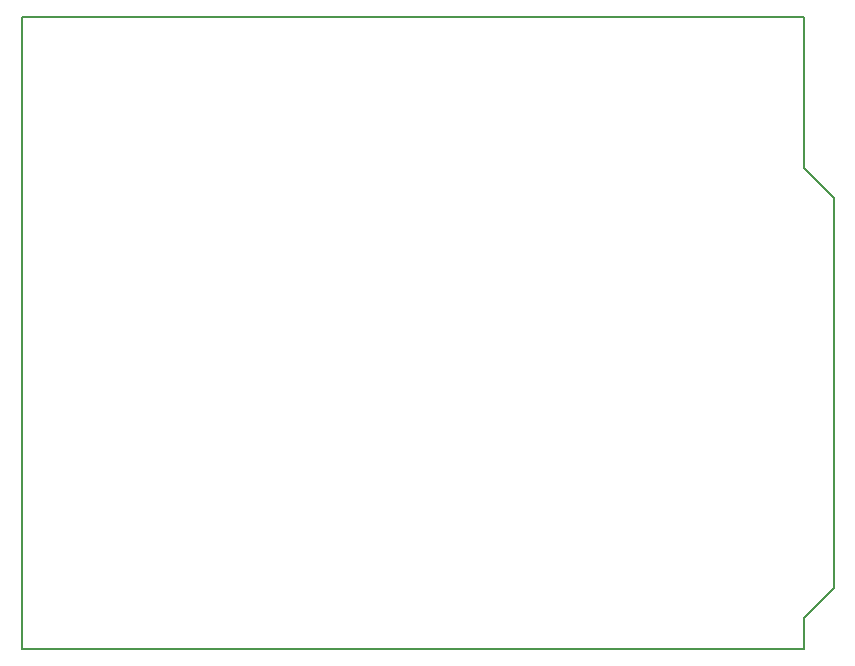
<source format=gm1>
G04 MADE WITH FRITZING*
G04 WWW.FRITZING.ORG*
G04 DOUBLE SIDED*
G04 HOLES PLATED*
G04 CONTOUR ON CENTER OF CONTOUR VECTOR*
%ASAXBY*%
%FSLAX23Y23*%
%MOIN*%
%OFA0B0*%
%SFA1.0B1.0*%
%ADD10C,0.008*%
%LNCONTOUR*%
G90*
G70*
G54D10*
X0Y2108D02*
X0Y2107D01*
X0Y1D01*
X1Y1D01*
X2Y1D01*
X3Y1D01*
X4Y1D01*
X5Y1D01*
X6Y1D01*
X7Y1D01*
X8Y1D01*
X9Y1D01*
X10Y1D01*
X11Y1D01*
X12Y1D01*
X13Y1D01*
X14Y1D01*
X15Y1D01*
X16Y1D01*
X17Y1D01*
X18Y1D01*
X19Y1D01*
X20Y1D01*
X21Y1D01*
X22Y1D01*
X23Y1D01*
X24Y1D01*
X25Y1D01*
X26Y1D01*
X27Y1D01*
X28Y1D01*
X29Y1D01*
X30Y1D01*
X31Y1D01*
X32Y1D01*
X33Y1D01*
X34Y1D01*
X35Y1D01*
X36Y1D01*
X37Y1D01*
X38Y1D01*
X39Y1D01*
X40Y1D01*
X41Y1D01*
X42Y1D01*
X43Y1D01*
X44Y1D01*
X45Y1D01*
X46Y1D01*
X47Y1D01*
X48Y1D01*
X49Y1D01*
X50Y1D01*
X51Y1D01*
X52Y1D01*
X53Y1D01*
X54Y1D01*
X55Y1D01*
X56Y1D01*
X57Y1D01*
X58Y1D01*
X59Y1D01*
X60Y1D01*
X61Y1D01*
X62Y1D01*
X63Y1D01*
X64Y1D01*
X65Y1D01*
X66Y1D01*
X67Y1D01*
X68Y1D01*
X69Y1D01*
X70Y1D01*
X71Y1D01*
X72Y1D01*
X73Y1D01*
X74Y1D01*
X75Y1D01*
X76Y1D01*
X77Y1D01*
X78Y1D01*
X79Y1D01*
X80Y1D01*
X81Y1D01*
X82Y1D01*
X83Y1D01*
X84Y1D01*
X85Y1D01*
X86Y1D01*
X87Y1D01*
X88Y1D01*
X89Y1D01*
X90Y1D01*
X91Y1D01*
X92Y1D01*
X93Y1D01*
X94Y1D01*
X95Y1D01*
X96Y1D01*
X97Y1D01*
X98Y1D01*
X99Y1D01*
X100Y1D01*
X101Y1D01*
X102Y1D01*
X103Y1D01*
X104Y1D01*
X105Y1D01*
X106Y1D01*
X107Y1D01*
X108Y1D01*
X109Y1D01*
X110Y1D01*
X111Y1D01*
X112Y1D01*
X113Y1D01*
X114Y1D01*
X115Y1D01*
X116Y1D01*
X117Y1D01*
X118Y1D01*
X119Y1D01*
X120Y1D01*
X121Y1D01*
X122Y1D01*
X123Y1D01*
X124Y1D01*
X125Y1D01*
X126Y1D01*
X127Y1D01*
X128Y1D01*
X129Y1D01*
X130Y1D01*
X131Y1D01*
X132Y1D01*
X133Y1D01*
X134Y1D01*
X135Y1D01*
X136Y1D01*
X137Y1D01*
X138Y1D01*
X139Y1D01*
X140Y1D01*
X141Y1D01*
X142Y1D01*
X143Y1D01*
X144Y1D01*
X145Y1D01*
X146Y1D01*
X147Y1D01*
X148Y1D01*
X149Y1D01*
X150Y1D01*
X151Y1D01*
X152Y1D01*
X153Y1D01*
X154Y1D01*
X155Y1D01*
X156Y1D01*
X157Y1D01*
X158Y1D01*
X159Y1D01*
X160Y1D01*
X161Y1D01*
X162Y1D01*
X163Y1D01*
X164Y1D01*
X165Y1D01*
X166Y1D01*
X167Y1D01*
X168Y1D01*
X169Y1D01*
X170Y1D01*
X171Y1D01*
X172Y1D01*
X173Y1D01*
X174Y1D01*
X175Y1D01*
X176Y1D01*
X177Y1D01*
X178Y1D01*
X179Y1D01*
X180Y1D01*
X181Y1D01*
X182Y1D01*
X183Y1D01*
X184Y1D01*
X185Y1D01*
X186Y1D01*
X187Y1D01*
X188Y1D01*
X189Y1D01*
X190Y1D01*
X191Y1D01*
X192Y1D01*
X193Y1D01*
X194Y1D01*
X195Y1D01*
X196Y1D01*
X197Y1D01*
X198Y1D01*
X199Y1D01*
X200Y1D01*
X201Y1D01*
X202Y1D01*
X203Y1D01*
X204Y1D01*
X205Y1D01*
X206Y1D01*
X207Y1D01*
X208Y1D01*
X209Y1D01*
X210Y1D01*
X211Y1D01*
X212Y1D01*
X213Y1D01*
X214Y1D01*
X215Y1D01*
X216Y1D01*
X217Y1D01*
X218Y1D01*
X219Y1D01*
X220Y1D01*
X221Y1D01*
X222Y1D01*
X223Y1D01*
X224Y1D01*
X225Y1D01*
X226Y1D01*
X227Y1D01*
X228Y1D01*
X229Y1D01*
X230Y1D01*
X231Y1D01*
X232Y1D01*
X233Y1D01*
X234Y1D01*
X235Y1D01*
X236Y1D01*
X237Y1D01*
X238Y1D01*
X239Y1D01*
X240Y1D01*
X241Y1D01*
X242Y1D01*
X243Y1D01*
X244Y1D01*
X245Y1D01*
X246Y1D01*
X247Y1D01*
X248Y1D01*
X249Y1D01*
X250Y1D01*
X251Y1D01*
X252Y1D01*
X253Y1D01*
X254Y1D01*
X255Y1D01*
X256Y1D01*
X257Y1D01*
X258Y1D01*
X259Y1D01*
X260Y1D01*
X261Y1D01*
X262Y1D01*
X263Y1D01*
X264Y1D01*
X265Y1D01*
X266Y1D01*
X267Y1D01*
X268Y1D01*
X269Y1D01*
X270Y1D01*
X271Y1D01*
X272Y1D01*
X273Y1D01*
X274Y1D01*
X275Y1D01*
X276Y1D01*
X277Y1D01*
X278Y1D01*
X279Y1D01*
X280Y1D01*
X281Y1D01*
X282Y1D01*
X283Y1D01*
X284Y1D01*
X285Y1D01*
X286Y1D01*
X287Y1D01*
X288Y1D01*
X289Y1D01*
X290Y1D01*
X291Y1D01*
X292Y1D01*
X293Y1D01*
X294Y1D01*
X295Y1D01*
X296Y1D01*
X297Y1D01*
X298Y1D01*
X299Y1D01*
X300Y1D01*
X301Y1D01*
X302Y1D01*
X303Y1D01*
X304Y1D01*
X305Y1D01*
X306Y1D01*
X307Y1D01*
X308Y1D01*
X309Y1D01*
X310Y1D01*
X311Y1D01*
X312Y1D01*
X313Y1D01*
X314Y1D01*
X315Y1D01*
X316Y1D01*
X317Y1D01*
X318Y1D01*
X319Y1D01*
X320Y1D01*
X321Y1D01*
X322Y1D01*
X323Y1D01*
X324Y1D01*
X325Y1D01*
X326Y1D01*
X327Y1D01*
X328Y1D01*
X329Y1D01*
X330Y1D01*
X331Y1D01*
X332Y1D01*
X333Y1D01*
X334Y1D01*
X335Y1D01*
X336Y1D01*
X337Y1D01*
X338Y1D01*
X339Y1D01*
X340Y1D01*
X341Y1D01*
X342Y1D01*
X343Y1D01*
X344Y1D01*
X345Y1D01*
X346Y1D01*
X347Y1D01*
X348Y1D01*
X349Y1D01*
X350Y1D01*
X351Y1D01*
X352Y1D01*
X353Y1D01*
X354Y1D01*
X355Y1D01*
X356Y1D01*
X357Y1D01*
X358Y1D01*
X359Y1D01*
X360Y1D01*
X361Y1D01*
X362Y1D01*
X363Y1D01*
X364Y1D01*
X365Y1D01*
X366Y1D01*
X367Y1D01*
X368Y1D01*
X369Y1D01*
X370Y1D01*
X371Y1D01*
X372Y1D01*
X373Y1D01*
X374Y1D01*
X375Y1D01*
X376Y1D01*
X377Y1D01*
X378Y1D01*
X379Y1D01*
X380Y1D01*
X381Y1D01*
X382Y1D01*
X383Y1D01*
X384Y1D01*
X385Y1D01*
X386Y1D01*
X387Y1D01*
X388Y1D01*
X389Y1D01*
X390Y1D01*
X391Y1D01*
X392Y1D01*
X393Y1D01*
X394Y1D01*
X395Y1D01*
X396Y1D01*
X397Y1D01*
X398Y1D01*
X399Y1D01*
X400Y1D01*
X401Y1D01*
X402Y1D01*
X403Y1D01*
X404Y1D01*
X405Y1D01*
X406Y1D01*
X407Y1D01*
X408Y1D01*
X409Y1D01*
X410Y1D01*
X411Y1D01*
X412Y1D01*
X413Y1D01*
X414Y1D01*
X415Y1D01*
X416Y1D01*
X417Y1D01*
X418Y1D01*
X419Y1D01*
X420Y1D01*
X421Y1D01*
X422Y1D01*
X423Y1D01*
X424Y1D01*
X425Y1D01*
X426Y1D01*
X427Y1D01*
X428Y1D01*
X429Y1D01*
X430Y1D01*
X431Y1D01*
X432Y1D01*
X433Y1D01*
X434Y1D01*
X435Y1D01*
X436Y1D01*
X437Y1D01*
X438Y1D01*
X439Y1D01*
X440Y1D01*
X441Y1D01*
X442Y1D01*
X443Y1D01*
X444Y1D01*
X445Y1D01*
X446Y1D01*
X447Y1D01*
X448Y1D01*
X449Y1D01*
X450Y1D01*
X451Y1D01*
X452Y1D01*
X453Y1D01*
X454Y1D01*
X455Y1D01*
X456Y1D01*
X457Y1D01*
X458Y1D01*
X459Y1D01*
X460Y1D01*
X461Y1D01*
X462Y1D01*
X463Y1D01*
X464Y1D01*
X465Y1D01*
X466Y1D01*
X467Y1D01*
X468Y1D01*
X469Y1D01*
X470Y1D01*
X471Y1D01*
X472Y1D01*
X473Y1D01*
X474Y1D01*
X475Y1D01*
X476Y1D01*
X477Y1D01*
X478Y1D01*
X479Y1D01*
X480Y1D01*
X481Y1D01*
X482Y1D01*
X483Y1D01*
X484Y1D01*
X485Y1D01*
X486Y1D01*
X487Y1D01*
X488Y1D01*
X489Y1D01*
X490Y1D01*
X491Y1D01*
X492Y1D01*
X493Y1D01*
X494Y1D01*
X495Y1D01*
X496Y1D01*
X497Y1D01*
X498Y1D01*
X499Y1D01*
X500Y1D01*
X501Y1D01*
X502Y1D01*
X503Y1D01*
X504Y1D01*
X505Y1D01*
X506Y1D01*
X507Y1D01*
X508Y1D01*
X509Y1D01*
X510Y1D01*
X511Y1D01*
X512Y1D01*
X513Y1D01*
X514Y1D01*
X515Y1D01*
X516Y1D01*
X517Y1D01*
X518Y1D01*
X519Y1D01*
X520Y1D01*
X521Y1D01*
X522Y1D01*
X523Y1D01*
X524Y1D01*
X525Y1D01*
X526Y1D01*
X527Y1D01*
X528Y1D01*
X529Y1D01*
X530Y1D01*
X531Y1D01*
X532Y1D01*
X533Y1D01*
X534Y1D01*
X535Y1D01*
X536Y1D01*
X537Y1D01*
X538Y1D01*
X539Y1D01*
X540Y1D01*
X541Y1D01*
X542Y1D01*
X543Y1D01*
X544Y1D01*
X545Y1D01*
X546Y1D01*
X547Y1D01*
X548Y1D01*
X549Y1D01*
X550Y1D01*
X551Y1D01*
X552Y1D01*
X553Y1D01*
X554Y1D01*
X555Y1D01*
X556Y1D01*
X557Y1D01*
X558Y1D01*
X559Y1D01*
X560Y1D01*
X561Y1D01*
X562Y1D01*
X563Y1D01*
X564Y1D01*
X565Y1D01*
X566Y1D01*
X567Y1D01*
X568Y1D01*
X569Y1D01*
X570Y1D01*
X571Y1D01*
X572Y1D01*
X573Y1D01*
X574Y1D01*
X575Y1D01*
X576Y1D01*
X577Y1D01*
X578Y1D01*
X579Y1D01*
X580Y1D01*
X581Y1D01*
X582Y1D01*
X583Y1D01*
X584Y1D01*
X585Y1D01*
X586Y1D01*
X587Y1D01*
X588Y1D01*
X589Y1D01*
X590Y1D01*
X591Y1D01*
X592Y1D01*
X593Y1D01*
X594Y1D01*
X595Y1D01*
X596Y1D01*
X597Y1D01*
X598Y1D01*
X599Y1D01*
X600Y1D01*
X601Y1D01*
X602Y1D01*
X603Y1D01*
X604Y1D01*
X605Y1D01*
X606Y1D01*
X607Y1D01*
X608Y1D01*
X609Y1D01*
X610Y1D01*
X611Y1D01*
X612Y1D01*
X613Y1D01*
X614Y1D01*
X615Y1D01*
X616Y1D01*
X617Y1D01*
X618Y1D01*
X619Y1D01*
X620Y1D01*
X621Y1D01*
X622Y1D01*
X623Y1D01*
X624Y1D01*
X625Y1D01*
X626Y1D01*
X627Y1D01*
X628Y1D01*
X629Y1D01*
X630Y1D01*
X631Y1D01*
X632Y1D01*
X633Y1D01*
X634Y1D01*
X635Y1D01*
X636Y1D01*
X637Y1D01*
X638Y1D01*
X639Y1D01*
X640Y1D01*
X641Y1D01*
X642Y1D01*
X643Y1D01*
X644Y1D01*
X645Y1D01*
X646Y1D01*
X647Y1D01*
X648Y1D01*
X649Y1D01*
X650Y1D01*
X651Y1D01*
X652Y1D01*
X653Y1D01*
X654Y1D01*
X655Y1D01*
X656Y1D01*
X657Y1D01*
X658Y1D01*
X659Y1D01*
X660Y1D01*
X661Y1D01*
X662Y1D01*
X663Y1D01*
X664Y1D01*
X665Y1D01*
X666Y1D01*
X667Y1D01*
X668Y1D01*
X669Y1D01*
X670Y1D01*
X671Y1D01*
X672Y1D01*
X673Y1D01*
X674Y1D01*
X675Y1D01*
X676Y1D01*
X677Y1D01*
X678Y1D01*
X679Y1D01*
X680Y1D01*
X681Y1D01*
X682Y1D01*
X683Y1D01*
X684Y1D01*
X685Y1D01*
X686Y1D01*
X687Y1D01*
X688Y1D01*
X689Y1D01*
X690Y1D01*
X691Y1D01*
X692Y1D01*
X693Y1D01*
X694Y1D01*
X695Y1D01*
X696Y1D01*
X697Y1D01*
X698Y1D01*
X699Y1D01*
X700Y1D01*
X701Y1D01*
X702Y1D01*
X703Y1D01*
X704Y1D01*
X705Y1D01*
X706Y1D01*
X707Y1D01*
X708Y1D01*
X709Y1D01*
X710Y1D01*
X711Y1D01*
X712Y1D01*
X713Y1D01*
X714Y1D01*
X715Y1D01*
X716Y1D01*
X717Y1D01*
X718Y1D01*
X719Y1D01*
X720Y1D01*
X721Y1D01*
X722Y1D01*
X723Y1D01*
X724Y1D01*
X725Y1D01*
X726Y1D01*
X727Y1D01*
X728Y1D01*
X729Y1D01*
X730Y1D01*
X731Y1D01*
X732Y1D01*
X733Y1D01*
X734Y1D01*
X735Y1D01*
X736Y1D01*
X737Y1D01*
X738Y1D01*
X739Y1D01*
X740Y1D01*
X741Y1D01*
X742Y1D01*
X743Y1D01*
X744Y1D01*
X745Y1D01*
X746Y1D01*
X747Y1D01*
X748Y1D01*
X749Y1D01*
X750Y1D01*
X751Y1D01*
X752Y1D01*
X753Y1D01*
X754Y1D01*
X755Y1D01*
X756Y1D01*
X757Y1D01*
X758Y1D01*
X759Y1D01*
X760Y1D01*
X761Y1D01*
X762Y1D01*
X763Y1D01*
X764Y1D01*
X765Y1D01*
X766Y1D01*
X767Y1D01*
X768Y1D01*
X769Y1D01*
X770Y1D01*
X771Y1D01*
X772Y1D01*
X773Y1D01*
X774Y1D01*
X775Y1D01*
X776Y1D01*
X777Y1D01*
X778Y1D01*
X779Y1D01*
X780Y1D01*
X781Y1D01*
X782Y1D01*
X783Y1D01*
X784Y1D01*
X785Y1D01*
X786Y1D01*
X787Y1D01*
X788Y1D01*
X789Y1D01*
X790Y1D01*
X791Y1D01*
X792Y1D01*
X793Y1D01*
X794Y1D01*
X795Y1D01*
X796Y1D01*
X797Y1D01*
X798Y1D01*
X799Y1D01*
X800Y1D01*
X801Y1D01*
X802Y1D01*
X803Y1D01*
X804Y1D01*
X805Y1D01*
X806Y1D01*
X807Y1D01*
X808Y1D01*
X809Y1D01*
X810Y1D01*
X811Y1D01*
X812Y1D01*
X813Y1D01*
X814Y1D01*
X815Y1D01*
X816Y1D01*
X817Y1D01*
X818Y1D01*
X819Y1D01*
X820Y1D01*
X821Y1D01*
X822Y1D01*
X823Y1D01*
X824Y1D01*
X825Y1D01*
X826Y1D01*
X827Y1D01*
X828Y1D01*
X829Y1D01*
X830Y1D01*
X831Y1D01*
X832Y1D01*
X833Y1D01*
X834Y1D01*
X835Y1D01*
X836Y1D01*
X837Y1D01*
X838Y1D01*
X839Y1D01*
X840Y1D01*
X841Y1D01*
X842Y1D01*
X843Y1D01*
X844Y1D01*
X845Y1D01*
X846Y1D01*
X847Y1D01*
X848Y1D01*
X849Y1D01*
X850Y1D01*
X851Y1D01*
X852Y1D01*
X853Y1D01*
X854Y1D01*
X855Y1D01*
X856Y1D01*
X857Y1D01*
X858Y1D01*
X859Y1D01*
X860Y1D01*
X861Y1D01*
X862Y1D01*
X863Y1D01*
X864Y1D01*
X865Y1D01*
X866Y1D01*
X867Y1D01*
X868Y1D01*
X869Y1D01*
X870Y1D01*
X871Y1D01*
X872Y1D01*
X873Y1D01*
X874Y1D01*
X875Y1D01*
X876Y1D01*
X877Y1D01*
X878Y1D01*
X879Y1D01*
X880Y1D01*
X881Y1D01*
X882Y1D01*
X883Y1D01*
X884Y1D01*
X885Y1D01*
X886Y1D01*
X887Y1D01*
X888Y1D01*
X889Y1D01*
X890Y1D01*
X891Y1D01*
X892Y1D01*
X893Y1D01*
X894Y1D01*
X895Y1D01*
X896Y1D01*
X897Y1D01*
X898Y1D01*
X899Y1D01*
X900Y1D01*
X901Y1D01*
X902Y1D01*
X903Y1D01*
X904Y1D01*
X905Y1D01*
X906Y1D01*
X907Y1D01*
X908Y1D01*
X909Y1D01*
X910Y1D01*
X911Y1D01*
X912Y1D01*
X913Y1D01*
X914Y1D01*
X915Y1D01*
X916Y1D01*
X917Y1D01*
X918Y1D01*
X919Y1D01*
X920Y1D01*
X921Y1D01*
X922Y1D01*
X923Y1D01*
X924Y1D01*
X925Y1D01*
X926Y1D01*
X927Y1D01*
X928Y1D01*
X929Y1D01*
X930Y1D01*
X931Y1D01*
X932Y1D01*
X933Y1D01*
X934Y1D01*
X935Y1D01*
X936Y1D01*
X937Y1D01*
X938Y1D01*
X939Y1D01*
X940Y1D01*
X941Y1D01*
X942Y1D01*
X943Y1D01*
X944Y1D01*
X945Y1D01*
X946Y1D01*
X947Y1D01*
X948Y1D01*
X949Y1D01*
X950Y1D01*
X951Y1D01*
X952Y1D01*
X953Y1D01*
X954Y1D01*
X955Y1D01*
X956Y1D01*
X957Y1D01*
X958Y1D01*
X959Y1D01*
X960Y1D01*
X961Y1D01*
X962Y1D01*
X963Y1D01*
X964Y1D01*
X965Y1D01*
X966Y1D01*
X967Y1D01*
X968Y1D01*
X969Y1D01*
X970Y1D01*
X971Y1D01*
X972Y1D01*
X973Y1D01*
X974Y1D01*
X975Y1D01*
X976Y1D01*
X977Y1D01*
X978Y1D01*
X979Y1D01*
X980Y1D01*
X981Y1D01*
X982Y1D01*
X983Y1D01*
X984Y1D01*
X985Y1D01*
X986Y1D01*
X987Y1D01*
X988Y1D01*
X989Y1D01*
X990Y1D01*
X991Y1D01*
X992Y1D01*
X993Y1D01*
X994Y1D01*
X995Y1D01*
X996Y1D01*
X997Y1D01*
X998Y1D01*
X999Y1D01*
X1000Y1D01*
X1001Y1D01*
X1002Y1D01*
X1003Y1D01*
X1004Y1D01*
X1005Y1D01*
X1006Y1D01*
X1007Y1D01*
X1008Y1D01*
X1009Y1D01*
X1010Y1D01*
X1011Y1D01*
X1012Y1D01*
X1013Y1D01*
X1014Y1D01*
X1015Y1D01*
X1016Y1D01*
X1017Y1D01*
X1018Y1D01*
X1019Y1D01*
X1020Y1D01*
X1021Y1D01*
X1022Y1D01*
X1023Y1D01*
X1024Y1D01*
X1025Y1D01*
X1026Y1D01*
X1027Y1D01*
X1028Y1D01*
X1029Y1D01*
X1030Y1D01*
X1031Y1D01*
X1032Y1D01*
X1033Y1D01*
X1034Y1D01*
X1035Y1D01*
X1036Y1D01*
X1037Y1D01*
X1038Y1D01*
X1039Y1D01*
X1040Y1D01*
X1041Y1D01*
X1042Y1D01*
X1043Y1D01*
X1044Y1D01*
X1045Y1D01*
X1046Y1D01*
X1047Y1D01*
X1048Y1D01*
X1049Y1D01*
X1050Y1D01*
X1051Y1D01*
X1052Y1D01*
X1053Y1D01*
X1054Y1D01*
X1055Y1D01*
X1056Y1D01*
X1057Y1D01*
X1058Y1D01*
X1059Y1D01*
X1060Y1D01*
X1061Y1D01*
X1062Y1D01*
X1063Y1D01*
X1064Y1D01*
X1065Y1D01*
X1066Y1D01*
X1067Y1D01*
X1068Y1D01*
X1069Y1D01*
X1070Y1D01*
X1071Y1D01*
X1072Y1D01*
X1073Y1D01*
X1074Y1D01*
X1075Y1D01*
X1076Y1D01*
X1077Y1D01*
X1078Y1D01*
X1079Y1D01*
X1080Y1D01*
X1081Y1D01*
X1082Y1D01*
X1083Y1D01*
X1084Y1D01*
X1085Y1D01*
X1086Y1D01*
X1087Y1D01*
X1088Y1D01*
X1089Y1D01*
X1090Y1D01*
X1091Y1D01*
X1092Y1D01*
X1093Y1D01*
X1094Y1D01*
X1095Y1D01*
X1096Y1D01*
X1097Y1D01*
X1098Y1D01*
X1099Y1D01*
X1100Y1D01*
X1101Y1D01*
X1102Y1D01*
X1103Y1D01*
X1104Y1D01*
X1105Y1D01*
X1106Y1D01*
X1107Y1D01*
X1108Y1D01*
X1109Y1D01*
X1110Y1D01*
X1111Y1D01*
X1112Y1D01*
X1113Y1D01*
X1114Y1D01*
X1115Y1D01*
X1116Y1D01*
X1117Y1D01*
X1118Y1D01*
X1119Y1D01*
X1120Y1D01*
X1121Y1D01*
X1122Y1D01*
X1123Y1D01*
X1124Y1D01*
X1125Y1D01*
X1126Y1D01*
X1127Y1D01*
X1128Y1D01*
X1129Y1D01*
X1130Y1D01*
X1131Y1D01*
X1132Y1D01*
X1133Y1D01*
X1134Y1D01*
X1135Y1D01*
X1136Y1D01*
X1137Y1D01*
X1138Y1D01*
X1139Y1D01*
X1140Y1D01*
X1141Y1D01*
X1142Y1D01*
X1143Y1D01*
X1144Y1D01*
X1145Y1D01*
X1146Y1D01*
X1147Y1D01*
X1148Y1D01*
X1149Y1D01*
X1150Y1D01*
X1151Y1D01*
X1152Y1D01*
X1153Y1D01*
X1154Y1D01*
X1155Y1D01*
X1156Y1D01*
X1157Y1D01*
X1158Y1D01*
X1159Y1D01*
X1160Y1D01*
X1161Y1D01*
X1162Y1D01*
X1163Y1D01*
X1164Y1D01*
X1165Y1D01*
X1166Y1D01*
X1167Y1D01*
X1168Y1D01*
X1169Y1D01*
X1170Y1D01*
X1171Y1D01*
X1172Y1D01*
X1173Y1D01*
X1174Y1D01*
X1175Y1D01*
X1176Y1D01*
X1177Y1D01*
X1178Y1D01*
X1179Y1D01*
X1180Y1D01*
X1181Y1D01*
X1182Y1D01*
X1183Y1D01*
X1184Y1D01*
X1185Y1D01*
X1186Y1D01*
X1187Y1D01*
X1188Y1D01*
X1189Y1D01*
X1190Y1D01*
X1191Y1D01*
X1192Y1D01*
X1193Y1D01*
X1194Y1D01*
X1195Y1D01*
X1196Y1D01*
X1197Y1D01*
X1198Y1D01*
X1199Y1D01*
X1200Y1D01*
X1201Y1D01*
X1202Y1D01*
X1203Y1D01*
X1204Y1D01*
X1205Y1D01*
X1206Y1D01*
X1207Y1D01*
X1208Y1D01*
X1209Y1D01*
X1210Y1D01*
X1211Y1D01*
X1212Y1D01*
X1213Y1D01*
X1214Y1D01*
X1215Y1D01*
X1216Y1D01*
X1217Y1D01*
X1218Y1D01*
X1219Y1D01*
X1220Y1D01*
X1221Y1D01*
X1222Y1D01*
X1223Y1D01*
X1224Y1D01*
X1225Y1D01*
X1226Y1D01*
X1227Y1D01*
X1228Y1D01*
X1229Y1D01*
X1230Y1D01*
X1231Y1D01*
X1232Y1D01*
X1233Y1D01*
X1234Y1D01*
X1235Y1D01*
X1236Y1D01*
X1237Y1D01*
X1238Y1D01*
X1239Y1D01*
X1240Y1D01*
X1241Y1D01*
X1242Y1D01*
X1243Y1D01*
X1244Y1D01*
X1245Y1D01*
X1246Y1D01*
X1247Y1D01*
X1248Y1D01*
X1249Y1D01*
X1250Y1D01*
X1251Y1D01*
X1252Y1D01*
X1253Y1D01*
X1254Y1D01*
X1255Y1D01*
X1256Y1D01*
X1257Y1D01*
X1258Y1D01*
X1259Y1D01*
X1260Y1D01*
X1261Y1D01*
X1262Y1D01*
X1263Y1D01*
X1264Y1D01*
X1265Y1D01*
X1266Y1D01*
X1267Y1D01*
X1268Y1D01*
X1269Y1D01*
X1270Y1D01*
X1271Y1D01*
X1272Y1D01*
X1273Y1D01*
X1274Y1D01*
X1275Y1D01*
X1276Y1D01*
X1277Y1D01*
X1278Y1D01*
X1279Y1D01*
X1280Y1D01*
X1281Y1D01*
X1282Y1D01*
X1283Y1D01*
X1284Y1D01*
X1285Y1D01*
X1286Y1D01*
X1287Y1D01*
X1288Y1D01*
X1289Y1D01*
X1290Y1D01*
X1291Y1D01*
X1292Y1D01*
X1293Y1D01*
X1294Y1D01*
X1295Y1D01*
X1296Y1D01*
X1297Y1D01*
X1298Y1D01*
X1299Y1D01*
X1300Y1D01*
X1301Y1D01*
X1302Y1D01*
X1303Y1D01*
X1304Y1D01*
X1305Y1D01*
X1306Y1D01*
X1307Y1D01*
X1308Y1D01*
X1309Y1D01*
X1310Y1D01*
X1311Y1D01*
X1312Y1D01*
X1313Y1D01*
X1314Y1D01*
X1315Y1D01*
X1316Y1D01*
X1317Y1D01*
X1318Y1D01*
X1319Y1D01*
X1320Y1D01*
X1321Y1D01*
X1322Y1D01*
X1323Y1D01*
X1324Y1D01*
X1325Y1D01*
X1326Y1D01*
X1327Y1D01*
X1328Y1D01*
X1329Y1D01*
X1330Y1D01*
X1331Y1D01*
X1332Y1D01*
X1333Y1D01*
X1334Y1D01*
X1335Y1D01*
X1336Y1D01*
X1337Y1D01*
X1338Y1D01*
X1339Y1D01*
X1340Y1D01*
X1341Y1D01*
X1342Y1D01*
X1343Y1D01*
X1344Y1D01*
X1345Y1D01*
X1346Y1D01*
X1347Y1D01*
X1348Y1D01*
X1349Y1D01*
X1350Y1D01*
X1351Y1D01*
X1352Y1D01*
X1353Y1D01*
X1354Y1D01*
X1355Y1D01*
X1356Y1D01*
X1357Y1D01*
X1358Y1D01*
X1359Y1D01*
X1360Y1D01*
X1361Y1D01*
X1362Y1D01*
X1363Y1D01*
X1364Y1D01*
X1365Y1D01*
X1366Y1D01*
X1367Y1D01*
X1368Y1D01*
X1369Y1D01*
X1370Y1D01*
X1371Y1D01*
X1372Y1D01*
X1373Y1D01*
X1374Y1D01*
X1375Y1D01*
X1376Y1D01*
X1377Y1D01*
X1378Y1D01*
X1379Y1D01*
X1380Y1D01*
X1381Y1D01*
X1382Y1D01*
X1383Y1D01*
X1384Y1D01*
X1385Y1D01*
X1386Y1D01*
X1387Y1D01*
X1388Y1D01*
X1389Y1D01*
X1390Y1D01*
X1391Y1D01*
X1392Y1D01*
X1393Y1D01*
X1394Y1D01*
X1395Y1D01*
X1396Y1D01*
X1397Y1D01*
X1398Y1D01*
X1399Y1D01*
X1400Y1D01*
X1401Y1D01*
X1402Y1D01*
X1403Y1D01*
X1404Y1D01*
X1405Y1D01*
X1406Y1D01*
X1407Y1D01*
X1408Y1D01*
X1409Y1D01*
X1410Y1D01*
X1411Y1D01*
X1412Y1D01*
X1413Y1D01*
X1414Y1D01*
X1415Y1D01*
X1416Y1D01*
X1417Y1D01*
X1418Y1D01*
X1419Y1D01*
X1420Y1D01*
X1421Y1D01*
X1422Y1D01*
X1423Y1D01*
X1424Y1D01*
X1425Y1D01*
X1426Y1D01*
X1427Y1D01*
X1428Y1D01*
X1429Y1D01*
X1430Y1D01*
X1431Y1D01*
X1432Y1D01*
X1433Y1D01*
X1434Y1D01*
X1435Y1D01*
X1436Y1D01*
X1437Y1D01*
X1438Y1D01*
X1439Y1D01*
X1440Y1D01*
X1441Y1D01*
X1442Y1D01*
X1443Y1D01*
X1444Y1D01*
X1445Y1D01*
X1446Y1D01*
X1447Y1D01*
X1448Y1D01*
X1449Y1D01*
X1450Y1D01*
X1451Y1D01*
X1452Y1D01*
X1453Y1D01*
X1454Y1D01*
X1455Y1D01*
X1456Y1D01*
X1457Y1D01*
X1458Y1D01*
X1459Y1D01*
X1460Y1D01*
X1461Y1D01*
X1462Y1D01*
X1463Y1D01*
X1464Y1D01*
X1465Y1D01*
X1466Y1D01*
X1467Y1D01*
X1468Y1D01*
X1469Y1D01*
X1470Y1D01*
X1471Y1D01*
X1472Y1D01*
X1473Y1D01*
X1474Y1D01*
X1475Y1D01*
X1476Y1D01*
X1477Y1D01*
X1478Y1D01*
X1479Y1D01*
X1480Y1D01*
X1481Y1D01*
X1482Y1D01*
X1483Y1D01*
X1484Y1D01*
X1485Y1D01*
X1486Y1D01*
X1487Y1D01*
X1488Y1D01*
X1489Y1D01*
X1490Y1D01*
X1491Y1D01*
X1492Y1D01*
X1493Y1D01*
X1494Y1D01*
X1495Y1D01*
X1496Y1D01*
X1497Y1D01*
X1498Y1D01*
X1499Y1D01*
X1500Y1D01*
X1501Y1D01*
X1502Y1D01*
X1503Y1D01*
X1504Y1D01*
X1505Y1D01*
X1506Y1D01*
X1507Y1D01*
X1508Y1D01*
X1509Y1D01*
X1510Y1D01*
X1511Y1D01*
X1512Y1D01*
X1513Y1D01*
X1514Y1D01*
X1515Y1D01*
X1516Y1D01*
X1517Y1D01*
X1518Y1D01*
X1519Y1D01*
X1520Y1D01*
X1521Y1D01*
X1522Y1D01*
X1523Y1D01*
X1524Y1D01*
X1525Y1D01*
X1526Y1D01*
X1527Y1D01*
X1528Y1D01*
X1529Y1D01*
X1530Y1D01*
X1531Y1D01*
X1532Y1D01*
X1533Y1D01*
X1534Y1D01*
X1535Y1D01*
X1536Y1D01*
X1537Y1D01*
X1538Y1D01*
X1539Y1D01*
X1540Y1D01*
X1541Y1D01*
X1542Y1D01*
X1543Y1D01*
X1544Y1D01*
X1545Y1D01*
X1546Y1D01*
X1547Y1D01*
X1548Y1D01*
X1549Y1D01*
X1550Y1D01*
X1551Y1D01*
X1552Y1D01*
X1553Y1D01*
X1554Y1D01*
X1555Y1D01*
X1556Y1D01*
X1557Y1D01*
X1558Y1D01*
X1559Y1D01*
X1560Y1D01*
X1561Y1D01*
X1562Y1D01*
X1563Y1D01*
X1564Y1D01*
X1565Y1D01*
X1566Y1D01*
X1567Y1D01*
X1568Y1D01*
X1569Y1D01*
X1570Y1D01*
X1571Y1D01*
X1572Y1D01*
X1573Y1D01*
X1574Y1D01*
X1575Y1D01*
X1576Y1D01*
X1577Y1D01*
X1578Y1D01*
X1579Y1D01*
X1580Y1D01*
X1581Y1D01*
X1582Y1D01*
X1583Y1D01*
X1584Y1D01*
X1585Y1D01*
X1586Y1D01*
X1587Y1D01*
X1588Y1D01*
X1589Y1D01*
X1590Y1D01*
X1591Y1D01*
X1592Y1D01*
X1593Y1D01*
X1594Y1D01*
X1595Y1D01*
X1596Y1D01*
X1597Y1D01*
X1598Y1D01*
X1599Y1D01*
X1600Y1D01*
X1601Y1D01*
X1602Y1D01*
X1603Y1D01*
X1604Y1D01*
X1605Y1D01*
X1606Y1D01*
X1607Y1D01*
X1608Y1D01*
X1609Y1D01*
X1610Y1D01*
X1611Y1D01*
X1612Y1D01*
X1613Y1D01*
X1614Y1D01*
X1615Y1D01*
X1616Y1D01*
X1617Y1D01*
X1618Y1D01*
X1619Y1D01*
X1620Y1D01*
X1621Y1D01*
X1622Y1D01*
X1623Y1D01*
X1624Y1D01*
X1625Y1D01*
X1626Y1D01*
X1627Y1D01*
X1628Y1D01*
X1629Y1D01*
X1630Y1D01*
X1631Y1D01*
X1632Y1D01*
X1633Y1D01*
X1634Y1D01*
X1635Y1D01*
X1636Y1D01*
X1637Y1D01*
X1638Y1D01*
X1639Y1D01*
X1640Y1D01*
X1641Y1D01*
X1642Y1D01*
X1643Y1D01*
X1644Y1D01*
X1645Y1D01*
X1646Y1D01*
X1647Y1D01*
X1648Y1D01*
X1649Y1D01*
X1650Y1D01*
X1651Y1D01*
X1652Y1D01*
X1653Y1D01*
X1654Y1D01*
X1655Y1D01*
X1656Y1D01*
X1657Y1D01*
X1658Y1D01*
X1659Y1D01*
X1660Y1D01*
X1661Y1D01*
X1662Y1D01*
X1663Y1D01*
X1664Y1D01*
X1665Y1D01*
X1666Y1D01*
X1667Y1D01*
X1668Y1D01*
X1669Y1D01*
X1670Y1D01*
X1671Y1D01*
X1672Y1D01*
X1673Y1D01*
X1674Y1D01*
X1675Y1D01*
X1676Y1D01*
X1677Y1D01*
X1678Y1D01*
X1679Y1D01*
X1680Y1D01*
X1681Y1D01*
X1682Y1D01*
X1683Y1D01*
X1684Y1D01*
X1685Y1D01*
X1686Y1D01*
X1687Y1D01*
X1688Y1D01*
X1689Y1D01*
X1690Y1D01*
X1691Y1D01*
X1692Y1D01*
X1693Y1D01*
X1694Y1D01*
X1695Y1D01*
X1696Y1D01*
X1697Y1D01*
X1698Y1D01*
X1699Y1D01*
X1700Y1D01*
X1701Y1D01*
X1702Y1D01*
X1703Y1D01*
X1704Y1D01*
X1705Y1D01*
X1706Y1D01*
X1707Y1D01*
X1708Y1D01*
X1709Y1D01*
X1710Y1D01*
X1711Y1D01*
X1712Y1D01*
X1713Y1D01*
X1714Y1D01*
X1715Y1D01*
X1716Y1D01*
X1717Y1D01*
X1718Y1D01*
X1719Y1D01*
X1720Y1D01*
X1721Y1D01*
X1722Y1D01*
X1723Y1D01*
X1724Y1D01*
X1725Y1D01*
X1726Y1D01*
X1727Y1D01*
X1728Y1D01*
X1729Y1D01*
X1730Y1D01*
X1731Y1D01*
X1732Y1D01*
X1733Y1D01*
X1734Y1D01*
X1735Y1D01*
X1736Y1D01*
X1737Y1D01*
X1738Y1D01*
X1739Y1D01*
X1740Y1D01*
X1741Y1D01*
X1742Y1D01*
X1743Y1D01*
X1744Y1D01*
X1745Y1D01*
X1746Y1D01*
X1747Y1D01*
X1748Y1D01*
X1749Y1D01*
X1750Y1D01*
X1751Y1D01*
X1752Y1D01*
X1753Y1D01*
X1754Y1D01*
X1755Y1D01*
X1756Y1D01*
X1757Y1D01*
X1758Y1D01*
X1759Y1D01*
X1760Y1D01*
X1761Y1D01*
X1762Y1D01*
X1763Y1D01*
X1764Y1D01*
X1765Y1D01*
X1766Y1D01*
X1767Y1D01*
X1768Y1D01*
X1769Y1D01*
X1770Y1D01*
X1771Y1D01*
X1772Y1D01*
X1773Y1D01*
X1774Y1D01*
X1775Y1D01*
X1776Y1D01*
X1777Y1D01*
X1778Y1D01*
X1779Y1D01*
X1780Y1D01*
X1781Y1D01*
X1782Y1D01*
X1783Y1D01*
X1784Y1D01*
X1785Y1D01*
X1786Y1D01*
X1787Y1D01*
X1788Y1D01*
X1789Y1D01*
X1790Y1D01*
X1791Y1D01*
X1792Y1D01*
X1793Y1D01*
X1794Y1D01*
X1795Y1D01*
X1796Y1D01*
X1797Y1D01*
X1798Y1D01*
X1799Y1D01*
X1800Y1D01*
X1801Y1D01*
X1802Y1D01*
X1803Y1D01*
X1804Y1D01*
X1805Y1D01*
X1806Y1D01*
X1807Y1D01*
X1808Y1D01*
X1809Y1D01*
X1810Y1D01*
X1811Y1D01*
X1812Y1D01*
X1813Y1D01*
X1814Y1D01*
X1815Y1D01*
X1816Y1D01*
X1817Y1D01*
X1818Y1D01*
X1819Y1D01*
X1820Y1D01*
X1821Y1D01*
X1822Y1D01*
X1823Y1D01*
X1824Y1D01*
X1825Y1D01*
X1826Y1D01*
X1827Y1D01*
X1828Y1D01*
X1829Y1D01*
X1830Y1D01*
X1831Y1D01*
X1832Y1D01*
X1833Y1D01*
X1834Y1D01*
X1835Y1D01*
X1836Y1D01*
X1837Y1D01*
X1838Y1D01*
X1839Y1D01*
X1840Y1D01*
X1841Y1D01*
X1842Y1D01*
X1843Y1D01*
X1844Y1D01*
X1845Y1D01*
X1846Y1D01*
X1847Y1D01*
X1848Y1D01*
X1849Y1D01*
X1850Y1D01*
X1851Y1D01*
X1852Y1D01*
X1853Y1D01*
X1854Y1D01*
X1855Y1D01*
X1856Y1D01*
X1857Y1D01*
X1858Y1D01*
X1859Y1D01*
X1860Y1D01*
X1861Y1D01*
X1862Y1D01*
X1863Y1D01*
X1864Y1D01*
X1865Y1D01*
X1866Y1D01*
X1867Y1D01*
X1868Y1D01*
X1869Y1D01*
X1870Y1D01*
X1871Y1D01*
X1872Y1D01*
X1873Y1D01*
X1874Y1D01*
X1875Y1D01*
X1876Y1D01*
X1877Y1D01*
X1878Y1D01*
X1879Y1D01*
X1880Y1D01*
X1881Y1D01*
X1882Y1D01*
X1883Y1D01*
X1884Y1D01*
X1885Y1D01*
X1886Y1D01*
X1887Y1D01*
X1888Y1D01*
X1889Y1D01*
X1890Y1D01*
X1891Y1D01*
X1892Y1D01*
X1893Y1D01*
X1894Y1D01*
X1895Y1D01*
X1896Y1D01*
X1897Y1D01*
X1898Y1D01*
X1899Y1D01*
X1900Y1D01*
X1901Y1D01*
X1902Y1D01*
X1903Y1D01*
X1904Y1D01*
X1905Y1D01*
X1906Y1D01*
X1907Y1D01*
X1908Y1D01*
X1909Y1D01*
X1910Y1D01*
X1911Y1D01*
X1912Y1D01*
X1913Y1D01*
X1914Y1D01*
X1915Y1D01*
X1916Y1D01*
X1917Y1D01*
X1918Y1D01*
X1919Y1D01*
X1920Y1D01*
X1921Y1D01*
X1922Y1D01*
X1923Y1D01*
X1924Y1D01*
X1925Y1D01*
X1926Y1D01*
X1927Y1D01*
X1928Y1D01*
X1929Y1D01*
X1930Y1D01*
X1931Y1D01*
X1932Y1D01*
X1933Y1D01*
X1934Y1D01*
X1935Y1D01*
X1936Y1D01*
X1937Y1D01*
X1938Y1D01*
X1939Y1D01*
X1940Y1D01*
X1941Y1D01*
X1942Y1D01*
X1943Y1D01*
X1944Y1D01*
X1945Y1D01*
X1946Y1D01*
X1947Y1D01*
X1948Y1D01*
X1949Y1D01*
X1950Y1D01*
X1951Y1D01*
X1952Y1D01*
X1953Y1D01*
X1954Y1D01*
X1955Y1D01*
X1956Y1D01*
X1957Y1D01*
X1958Y1D01*
X1959Y1D01*
X1960Y1D01*
X1961Y1D01*
X1962Y1D01*
X1963Y1D01*
X1964Y1D01*
X1965Y1D01*
X1966Y1D01*
X1967Y1D01*
X1968Y1D01*
X1969Y1D01*
X1970Y1D01*
X1971Y1D01*
X1972Y1D01*
X1973Y1D01*
X1974Y1D01*
X1975Y1D01*
X1976Y1D01*
X1977Y1D01*
X1978Y1D01*
X1979Y1D01*
X1980Y1D01*
X1981Y1D01*
X1982Y1D01*
X1983Y1D01*
X1984Y1D01*
X1985Y1D01*
X1986Y1D01*
X1987Y1D01*
X1988Y1D01*
X1989Y1D01*
X1990Y1D01*
X1991Y1D01*
X1992Y1D01*
X1993Y1D01*
X1994Y1D01*
X1995Y1D01*
X1996Y1D01*
X1997Y1D01*
X1998Y1D01*
X1999Y1D01*
X2000Y1D01*
X2001Y1D01*
X2002Y1D01*
X2003Y1D01*
X2004Y1D01*
X2005Y1D01*
X2006Y1D01*
X2007Y1D01*
X2008Y1D01*
X2009Y1D01*
X2010Y1D01*
X2011Y1D01*
X2012Y1D01*
X2013Y1D01*
X2014Y1D01*
X2015Y1D01*
X2016Y1D01*
X2017Y1D01*
X2018Y1D01*
X2019Y1D01*
X2020Y1D01*
X2021Y1D01*
X2022Y1D01*
X2023Y1D01*
X2024Y1D01*
X2025Y1D01*
X2026Y1D01*
X2027Y1D01*
X2028Y1D01*
X2029Y1D01*
X2030Y1D01*
X2031Y1D01*
X2032Y1D01*
X2033Y1D01*
X2034Y1D01*
X2035Y1D01*
X2036Y1D01*
X2037Y1D01*
X2038Y1D01*
X2039Y1D01*
X2040Y1D01*
X2041Y1D01*
X2042Y1D01*
X2043Y1D01*
X2044Y1D01*
X2045Y1D01*
X2046Y1D01*
X2047Y1D01*
X2048Y1D01*
X2049Y1D01*
X2050Y1D01*
X2051Y1D01*
X2052Y1D01*
X2053Y1D01*
X2054Y1D01*
X2055Y1D01*
X2056Y1D01*
X2057Y1D01*
X2058Y1D01*
X2059Y1D01*
X2060Y1D01*
X2061Y1D01*
X2062Y1D01*
X2063Y1D01*
X2064Y1D01*
X2065Y1D01*
X2066Y1D01*
X2067Y1D01*
X2068Y1D01*
X2069Y1D01*
X2070Y1D01*
X2071Y1D01*
X2072Y1D01*
X2073Y1D01*
X2074Y1D01*
X2075Y1D01*
X2076Y1D01*
X2077Y1D01*
X2078Y1D01*
X2079Y1D01*
X2080Y1D01*
X2081Y1D01*
X2082Y1D01*
X2083Y1D01*
X2084Y1D01*
X2085Y1D01*
X2086Y1D01*
X2087Y1D01*
X2088Y1D01*
X2089Y1D01*
X2090Y1D01*
X2091Y1D01*
X2092Y1D01*
X2093Y1D01*
X2094Y1D01*
X2095Y1D01*
X2096Y1D01*
X2097Y1D01*
X2098Y1D01*
X2099Y1D01*
X2100Y1D01*
X2101Y1D01*
X2102Y1D01*
X2103Y1D01*
X2104Y1D01*
X2105Y1D01*
X2106Y1D01*
X2107Y1D01*
X2108Y1D01*
X2109Y1D01*
X2110Y1D01*
X2111Y1D01*
X2112Y1D01*
X2113Y1D01*
X2114Y1D01*
X2115Y1D01*
X2116Y1D01*
X2117Y1D01*
X2118Y1D01*
X2119Y1D01*
X2120Y1D01*
X2121Y1D01*
X2122Y1D01*
X2123Y1D01*
X2124Y1D01*
X2125Y1D01*
X2126Y1D01*
X2127Y1D01*
X2128Y1D01*
X2129Y1D01*
X2130Y1D01*
X2131Y1D01*
X2132Y1D01*
X2133Y1D01*
X2134Y1D01*
X2135Y1D01*
X2136Y1D01*
X2137Y1D01*
X2138Y1D01*
X2139Y1D01*
X2140Y1D01*
X2141Y1D01*
X2142Y1D01*
X2143Y1D01*
X2144Y1D01*
X2145Y1D01*
X2146Y1D01*
X2147Y1D01*
X2148Y1D01*
X2149Y1D01*
X2150Y1D01*
X2151Y1D01*
X2152Y1D01*
X2153Y1D01*
X2154Y1D01*
X2155Y1D01*
X2156Y1D01*
X2157Y1D01*
X2158Y1D01*
X2159Y1D01*
X2160Y1D01*
X2161Y1D01*
X2162Y1D01*
X2163Y1D01*
X2164Y1D01*
X2165Y1D01*
X2166Y1D01*
X2167Y1D01*
X2168Y1D01*
X2169Y1D01*
X2170Y1D01*
X2171Y1D01*
X2172Y1D01*
X2173Y1D01*
X2174Y1D01*
X2175Y1D01*
X2176Y1D01*
X2177Y1D01*
X2178Y1D01*
X2179Y1D01*
X2180Y1D01*
X2181Y1D01*
X2182Y1D01*
X2183Y1D01*
X2184Y1D01*
X2185Y1D01*
X2186Y1D01*
X2187Y1D01*
X2188Y1D01*
X2189Y1D01*
X2190Y1D01*
X2191Y1D01*
X2192Y1D01*
X2193Y1D01*
X2194Y1D01*
X2195Y1D01*
X2196Y1D01*
X2197Y1D01*
X2198Y1D01*
X2199Y1D01*
X2200Y1D01*
X2201Y1D01*
X2202Y1D01*
X2203Y1D01*
X2204Y1D01*
X2205Y1D01*
X2206Y1D01*
X2207Y1D01*
X2208Y1D01*
X2209Y1D01*
X2210Y1D01*
X2211Y1D01*
X2212Y1D01*
X2213Y1D01*
X2214Y1D01*
X2215Y1D01*
X2216Y1D01*
X2217Y1D01*
X2218Y1D01*
X2219Y1D01*
X2220Y1D01*
X2221Y1D01*
X2222Y1D01*
X2223Y1D01*
X2224Y1D01*
X2225Y1D01*
X2226Y1D01*
X2227Y1D01*
X2228Y1D01*
X2229Y1D01*
X2230Y1D01*
X2231Y1D01*
X2232Y1D01*
X2233Y1D01*
X2234Y1D01*
X2235Y1D01*
X2236Y1D01*
X2237Y1D01*
X2238Y1D01*
X2239Y1D01*
X2240Y1D01*
X2241Y1D01*
X2242Y1D01*
X2243Y1D01*
X2244Y1D01*
X2245Y1D01*
X2246Y1D01*
X2247Y1D01*
X2248Y1D01*
X2249Y1D01*
X2250Y1D01*
X2251Y1D01*
X2252Y1D01*
X2253Y1D01*
X2254Y1D01*
X2255Y1D01*
X2256Y1D01*
X2257Y1D01*
X2258Y1D01*
X2259Y1D01*
X2260Y1D01*
X2261Y1D01*
X2262Y1D01*
X2263Y1D01*
X2264Y1D01*
X2265Y1D01*
X2266Y1D01*
X2267Y1D01*
X2268Y1D01*
X2269Y1D01*
X2270Y1D01*
X2271Y1D01*
X2272Y1D01*
X2273Y1D01*
X2274Y1D01*
X2275Y1D01*
X2276Y1D01*
X2277Y1D01*
X2278Y1D01*
X2279Y1D01*
X2280Y1D01*
X2281Y1D01*
X2282Y1D01*
X2283Y1D01*
X2284Y1D01*
X2285Y1D01*
X2286Y1D01*
X2287Y1D01*
X2288Y1D01*
X2289Y1D01*
X2290Y1D01*
X2291Y1D01*
X2292Y1D01*
X2293Y1D01*
X2294Y1D01*
X2295Y1D01*
X2296Y1D01*
X2297Y1D01*
X2298Y1D01*
X2299Y1D01*
X2300Y1D01*
X2301Y1D01*
X2302Y1D01*
X2303Y1D01*
X2304Y1D01*
X2305Y1D01*
X2306Y1D01*
X2307Y1D01*
X2308Y1D01*
X2309Y1D01*
X2310Y1D01*
X2311Y1D01*
X2312Y1D01*
X2313Y1D01*
X2314Y1D01*
X2315Y1D01*
X2316Y1D01*
X2317Y1D01*
X2318Y1D01*
X2319Y1D01*
X2320Y1D01*
X2321Y1D01*
X2322Y1D01*
X2323Y1D01*
X2324Y1D01*
X2325Y1D01*
X2326Y1D01*
X2327Y1D01*
X2328Y1D01*
X2329Y1D01*
X2330Y1D01*
X2331Y1D01*
X2332Y1D01*
X2333Y1D01*
X2334Y1D01*
X2335Y1D01*
X2336Y1D01*
X2337Y1D01*
X2338Y1D01*
X2339Y1D01*
X2340Y1D01*
X2341Y1D01*
X2342Y1D01*
X2343Y1D01*
X2344Y1D01*
X2345Y1D01*
X2346Y1D01*
X2347Y1D01*
X2348Y1D01*
X2349Y1D01*
X2350Y1D01*
X2351Y1D01*
X2352Y1D01*
X2353Y1D01*
X2354Y1D01*
X2355Y1D01*
X2356Y1D01*
X2357Y1D01*
X2358Y1D01*
X2359Y1D01*
X2360Y1D01*
X2361Y1D01*
X2362Y1D01*
X2363Y1D01*
X2364Y1D01*
X2365Y1D01*
X2366Y1D01*
X2367Y1D01*
X2368Y1D01*
X2369Y1D01*
X2370Y1D01*
X2371Y1D01*
X2372Y1D01*
X2373Y1D01*
X2374Y1D01*
X2375Y1D01*
X2376Y1D01*
X2377Y1D01*
X2378Y1D01*
X2379Y1D01*
X2380Y1D01*
X2381Y1D01*
X2382Y1D01*
X2383Y1D01*
X2384Y1D01*
X2385Y1D01*
X2386Y1D01*
X2387Y1D01*
X2388Y1D01*
X2389Y1D01*
X2390Y1D01*
X2391Y1D01*
X2392Y1D01*
X2393Y1D01*
X2394Y1D01*
X2395Y1D01*
X2396Y1D01*
X2397Y1D01*
X2398Y1D01*
X2399Y1D01*
X2400Y1D01*
X2401Y1D01*
X2402Y1D01*
X2403Y1D01*
X2404Y1D01*
X2405Y1D01*
X2406Y1D01*
X2407Y1D01*
X2408Y1D01*
X2409Y1D01*
X2410Y1D01*
X2411Y1D01*
X2412Y1D01*
X2413Y1D01*
X2414Y1D01*
X2415Y1D01*
X2416Y1D01*
X2417Y1D01*
X2418Y1D01*
X2419Y1D01*
X2420Y1D01*
X2421Y1D01*
X2422Y1D01*
X2423Y1D01*
X2424Y1D01*
X2425Y1D01*
X2426Y1D01*
X2427Y1D01*
X2428Y1D01*
X2429Y1D01*
X2430Y1D01*
X2431Y1D01*
X2432Y1D01*
X2433Y1D01*
X2434Y1D01*
X2435Y1D01*
X2436Y1D01*
X2437Y1D01*
X2438Y1D01*
X2439Y1D01*
X2440Y1D01*
X2441Y1D01*
X2442Y1D01*
X2443Y1D01*
X2444Y1D01*
X2445Y1D01*
X2446Y1D01*
X2447Y1D01*
X2448Y1D01*
X2449Y1D01*
X2450Y1D01*
X2451Y1D01*
X2452Y1D01*
X2453Y1D01*
X2454Y1D01*
X2455Y1D01*
X2456Y1D01*
X2457Y1D01*
X2458Y1D01*
X2459Y1D01*
X2460Y1D01*
X2461Y1D01*
X2462Y1D01*
X2463Y1D01*
X2464Y1D01*
X2465Y1D01*
X2466Y1D01*
X2467Y1D01*
X2468Y1D01*
X2469Y1D01*
X2470Y1D01*
X2471Y1D01*
X2472Y1D01*
X2473Y1D01*
X2474Y1D01*
X2475Y1D01*
X2476Y1D01*
X2477Y1D01*
X2478Y1D01*
X2479Y1D01*
X2480Y1D01*
X2481Y1D01*
X2482Y1D01*
X2483Y1D01*
X2484Y1D01*
X2485Y1D01*
X2486Y1D01*
X2487Y1D01*
X2488Y1D01*
X2489Y1D01*
X2490Y1D01*
X2491Y1D01*
X2492Y1D01*
X2493Y1D01*
X2494Y1D01*
X2495Y1D01*
X2496Y1D01*
X2497Y1D01*
X2498Y1D01*
X2499Y1D01*
X2500Y1D01*
X2501Y1D01*
X2502Y1D01*
X2503Y1D01*
X2504Y1D01*
X2505Y1D01*
X2506Y1D01*
X2507Y1D01*
X2508Y1D01*
X2509Y1D01*
X2510Y1D01*
X2511Y1D01*
X2512Y1D01*
X2513Y1D01*
X2514Y1D01*
X2515Y1D01*
X2516Y1D01*
X2517Y1D01*
X2518Y1D01*
X2519Y1D01*
X2520Y1D01*
X2521Y1D01*
X2522Y1D01*
X2523Y1D01*
X2524Y1D01*
X2525Y1D01*
X2526Y1D01*
X2527Y1D01*
X2528Y1D01*
X2529Y1D01*
X2530Y1D01*
X2531Y1D01*
X2532Y1D01*
X2533Y1D01*
X2534Y1D01*
X2535Y1D01*
X2536Y1D01*
X2537Y1D01*
X2538Y1D01*
X2539Y1D01*
X2540Y1D01*
X2541Y1D01*
X2542Y1D01*
X2543Y1D01*
X2544Y1D01*
X2545Y1D01*
X2546Y1D01*
X2547Y1D01*
X2548Y1D01*
X2549Y1D01*
X2550Y1D01*
X2551Y1D01*
X2552Y1D01*
X2553Y1D01*
X2554Y1D01*
X2555Y1D01*
X2556Y1D01*
X2557Y1D01*
X2558Y1D01*
X2559Y1D01*
X2560Y1D01*
X2561Y1D01*
X2562Y1D01*
X2563Y1D01*
X2564Y1D01*
X2565Y1D01*
X2566Y1D01*
X2567Y1D01*
X2568Y1D01*
X2569Y1D01*
X2570Y1D01*
X2571Y1D01*
X2572Y1D01*
X2573Y1D01*
X2574Y1D01*
X2575Y1D01*
X2576Y1D01*
X2577Y1D01*
X2578Y1D01*
X2579Y1D01*
X2580Y1D01*
X2581Y1D01*
X2582Y1D01*
X2583Y1D01*
X2584Y1D01*
X2585Y1D01*
X2586Y1D01*
X2587Y1D01*
X2588Y1D01*
X2589Y1D01*
X2590Y1D01*
X2591Y1D01*
X2592Y1D01*
X2593Y1D01*
X2594Y1D01*
X2595Y1D01*
X2596Y1D01*
X2597Y1D01*
X2598Y1D01*
X2599Y1D01*
X2600Y1D01*
X2601Y1D01*
X2602Y1D01*
X2603Y1D01*
X2604Y1D01*
X2605Y1D01*
X2606Y1D01*
X2607Y1D01*
X2607Y103D01*
X2608Y104D01*
X2609Y105D01*
X2610Y106D01*
X2611Y107D01*
X2612Y108D01*
X2613Y109D01*
X2614Y110D01*
X2615Y111D01*
X2616Y112D01*
X2617Y113D01*
X2618Y114D01*
X2619Y115D01*
X2620Y116D01*
X2621Y117D01*
X2622Y118D01*
X2623Y119D01*
X2624Y120D01*
X2625Y121D01*
X2626Y122D01*
X2627Y123D01*
X2628Y124D01*
X2629Y125D01*
X2630Y126D01*
X2631Y127D01*
X2632Y128D01*
X2633Y129D01*
X2634Y130D01*
X2635Y131D01*
X2636Y132D01*
X2637Y133D01*
X2638Y134D01*
X2639Y135D01*
X2640Y136D01*
X2641Y137D01*
X2642Y138D01*
X2643Y139D01*
X2644Y140D01*
X2645Y141D01*
X2646Y142D01*
X2647Y143D01*
X2648Y144D01*
X2649Y145D01*
X2650Y146D01*
X2651Y147D01*
X2652Y148D01*
X2653Y149D01*
X2654Y150D01*
X2655Y151D01*
X2656Y152D01*
X2657Y153D01*
X2658Y154D01*
X2659Y155D01*
X2660Y156D01*
X2661Y157D01*
X2662Y158D01*
X2663Y159D01*
X2664Y160D01*
X2665Y161D01*
X2666Y162D01*
X2667Y163D01*
X2668Y164D01*
X2669Y165D01*
X2670Y166D01*
X2671Y167D01*
X2672Y168D01*
X2673Y169D01*
X2674Y170D01*
X2675Y171D01*
X2676Y172D01*
X2677Y173D01*
X2678Y174D01*
X2679Y175D01*
X2680Y176D01*
X2681Y177D01*
X2682Y178D01*
X2683Y179D01*
X2684Y180D01*
X2685Y181D01*
X2686Y182D01*
X2687Y183D01*
X2688Y184D01*
X2689Y185D01*
X2690Y186D01*
X2691Y187D01*
X2692Y188D01*
X2693Y189D01*
X2694Y190D01*
X2695Y191D01*
X2696Y192D01*
X2697Y193D01*
X2698Y194D01*
X2699Y195D01*
X2700Y196D01*
X2701Y197D01*
X2702Y198D01*
X2703Y199D01*
X2704Y200D01*
X2705Y201D01*
X2706Y202D01*
X2707Y203D01*
X2707Y1506D01*
X2706Y1507D01*
X2705Y1508D01*
X2704Y1509D01*
X2703Y1510D01*
X2702Y1511D01*
X2701Y1512D01*
X2700Y1513D01*
X2699Y1514D01*
X2698Y1515D01*
X2697Y1516D01*
X2696Y1517D01*
X2695Y1518D01*
X2694Y1519D01*
X2693Y1520D01*
X2692Y1521D01*
X2691Y1522D01*
X2690Y1523D01*
X2689Y1524D01*
X2688Y1525D01*
X2687Y1526D01*
X2686Y1527D01*
X2685Y1528D01*
X2684Y1529D01*
X2683Y1530D01*
X2682Y1531D01*
X2681Y1532D01*
X2680Y1533D01*
X2679Y1534D01*
X2678Y1535D01*
X2677Y1536D01*
X2676Y1537D01*
X2675Y1538D01*
X2674Y1539D01*
X2673Y1540D01*
X2672Y1541D01*
X2671Y1542D01*
X2670Y1543D01*
X2669Y1544D01*
X2668Y1545D01*
X2667Y1546D01*
X2666Y1547D01*
X2665Y1548D01*
X2664Y1549D01*
X2663Y1550D01*
X2662Y1551D01*
X2661Y1552D01*
X2660Y1553D01*
X2659Y1554D01*
X2658Y1555D01*
X2657Y1556D01*
X2656Y1557D01*
X2655Y1558D01*
X2654Y1559D01*
X2653Y1560D01*
X2652Y1561D01*
X2651Y1562D01*
X2650Y1563D01*
X2649Y1564D01*
X2648Y1565D01*
X2647Y1566D01*
X2646Y1567D01*
X2645Y1568D01*
X2644Y1569D01*
X2643Y1570D01*
X2642Y1571D01*
X2641Y1572D01*
X2640Y1573D01*
X2639Y1574D01*
X2638Y1575D01*
X2637Y1576D01*
X2636Y1577D01*
X2635Y1578D01*
X2634Y1579D01*
X2633Y1580D01*
X2632Y1581D01*
X2631Y1582D01*
X2630Y1583D01*
X2629Y1584D01*
X2628Y1585D01*
X2627Y1586D01*
X2626Y1587D01*
X2625Y1588D01*
X2624Y1589D01*
X2623Y1590D01*
X2622Y1591D01*
X2621Y1592D01*
X2620Y1593D01*
X2619Y1594D01*
X2618Y1595D01*
X2617Y1596D01*
X2616Y1597D01*
X2615Y1598D01*
X2614Y1599D01*
X2613Y1600D01*
X2612Y1601D01*
X2611Y1602D01*
X2610Y1603D01*
X2609Y1604D01*
X2608Y1605D01*
X2607Y1606D01*
X2607Y2108D01*
X2606Y2108D01*
X2605Y2108D01*
X2604Y2108D01*
X2603Y2108D01*
X2602Y2108D01*
X2601Y2108D01*
X2600Y2108D01*
X2599Y2108D01*
X2598Y2108D01*
X2597Y2108D01*
X2596Y2108D01*
X2595Y2108D01*
X2594Y2108D01*
X2593Y2108D01*
X2592Y2108D01*
X2591Y2108D01*
X2590Y2108D01*
X2589Y2108D01*
X2588Y2108D01*
X2587Y2108D01*
X2586Y2108D01*
X2585Y2108D01*
X2584Y2108D01*
X2583Y2108D01*
X2582Y2108D01*
X2581Y2108D01*
X2580Y2108D01*
X2579Y2108D01*
X2578Y2108D01*
X2577Y2108D01*
X2576Y2108D01*
X2575Y2108D01*
X2574Y2108D01*
X2573Y2108D01*
X2572Y2108D01*
X2571Y2108D01*
X2570Y2108D01*
X2569Y2108D01*
X2568Y2108D01*
X2567Y2108D01*
X2566Y2108D01*
X2565Y2108D01*
X2564Y2108D01*
X2563Y2108D01*
X2562Y2108D01*
X2561Y2108D01*
X2560Y2108D01*
X2559Y2108D01*
X2558Y2108D01*
X2557Y2108D01*
X2556Y2108D01*
X2555Y2108D01*
X2554Y2108D01*
X2553Y2108D01*
X2552Y2108D01*
X2551Y2108D01*
X2550Y2108D01*
X2549Y2108D01*
X2548Y2108D01*
X2547Y2108D01*
X2546Y2108D01*
X2545Y2108D01*
X2544Y2108D01*
X2543Y2108D01*
X2542Y2108D01*
X2541Y2108D01*
X2540Y2108D01*
X2539Y2108D01*
X2538Y2108D01*
X2537Y2108D01*
X2536Y2108D01*
X2535Y2108D01*
X2534Y2108D01*
X2533Y2108D01*
X2532Y2108D01*
X2531Y2108D01*
X2530Y2108D01*
X2529Y2108D01*
X2528Y2108D01*
X2527Y2108D01*
X2526Y2108D01*
X2525Y2108D01*
X2524Y2108D01*
X2523Y2108D01*
X2522Y2108D01*
X2521Y2108D01*
X2520Y2108D01*
X2519Y2108D01*
X2518Y2108D01*
X2517Y2108D01*
X2516Y2108D01*
X2515Y2108D01*
X2514Y2108D01*
X2513Y2108D01*
X2512Y2108D01*
X2511Y2108D01*
X2510Y2108D01*
X2509Y2108D01*
X2508Y2108D01*
X2507Y2108D01*
X2506Y2108D01*
X2505Y2108D01*
X2504Y2108D01*
X2503Y2108D01*
X2502Y2108D01*
X2501Y2108D01*
X2500Y2108D01*
X2499Y2108D01*
X2498Y2108D01*
X2497Y2108D01*
X2496Y2108D01*
X2495Y2108D01*
X2494Y2108D01*
X2493Y2108D01*
X2492Y2108D01*
X2491Y2108D01*
X2490Y2108D01*
X2489Y2108D01*
X2488Y2108D01*
X2487Y2108D01*
X2486Y2108D01*
X2485Y2108D01*
X2484Y2108D01*
X2483Y2108D01*
X2482Y2108D01*
X2481Y2108D01*
X2480Y2108D01*
X2479Y2108D01*
X2478Y2108D01*
X2477Y2108D01*
X2476Y2108D01*
X2475Y2108D01*
X2474Y2108D01*
X2473Y2108D01*
X2472Y2108D01*
X2471Y2108D01*
X2470Y2108D01*
X2469Y2108D01*
X2468Y2108D01*
X2467Y2108D01*
X2466Y2108D01*
X2465Y2108D01*
X2464Y2108D01*
X2463Y2108D01*
X2462Y2108D01*
X2461Y2108D01*
X2460Y2108D01*
X2459Y2108D01*
X2458Y2108D01*
X2457Y2108D01*
X2456Y2108D01*
X2455Y2108D01*
X2454Y2108D01*
X2453Y2108D01*
X2452Y2108D01*
X2451Y2108D01*
X2450Y2108D01*
X2449Y2108D01*
X2448Y2108D01*
X2447Y2108D01*
X2446Y2108D01*
X2445Y2108D01*
X2444Y2108D01*
X2443Y2108D01*
X2442Y2108D01*
X2441Y2108D01*
X2440Y2108D01*
X2439Y2108D01*
X2438Y2108D01*
X2437Y2108D01*
X2436Y2108D01*
X2435Y2108D01*
X2434Y2108D01*
X2433Y2108D01*
X2432Y2108D01*
X2431Y2108D01*
X2430Y2108D01*
X2429Y2108D01*
X2428Y2108D01*
X2427Y2108D01*
X2426Y2108D01*
X2425Y2108D01*
X2424Y2108D01*
X2423Y2108D01*
X2422Y2108D01*
X2421Y2108D01*
X2420Y2108D01*
X2419Y2108D01*
X2418Y2108D01*
X2417Y2108D01*
X2416Y2108D01*
X2415Y2108D01*
X2414Y2108D01*
X2413Y2108D01*
X2412Y2108D01*
X2411Y2108D01*
X2410Y2108D01*
X2409Y2108D01*
X2408Y2108D01*
X2407Y2108D01*
X2406Y2108D01*
X2405Y2108D01*
X2404Y2108D01*
X2403Y2108D01*
X2402Y2108D01*
X2401Y2108D01*
X2400Y2108D01*
X2399Y2108D01*
X2398Y2108D01*
X2397Y2108D01*
X2396Y2108D01*
X2395Y2108D01*
X2394Y2108D01*
X2393Y2108D01*
X2392Y2108D01*
X2391Y2108D01*
X2390Y2108D01*
X2389Y2108D01*
X2388Y2108D01*
X2387Y2108D01*
X2386Y2108D01*
X2385Y2108D01*
X2384Y2108D01*
X2383Y2108D01*
X2382Y2108D01*
X2381Y2108D01*
X2380Y2108D01*
X2379Y2108D01*
X2378Y2108D01*
X2377Y2108D01*
X2376Y2108D01*
X2375Y2108D01*
X2374Y2108D01*
X2373Y2108D01*
X2372Y2108D01*
X2371Y2108D01*
X2370Y2108D01*
X2369Y2108D01*
X2368Y2108D01*
X2367Y2108D01*
X2366Y2108D01*
X2365Y2108D01*
X2364Y2108D01*
X2363Y2108D01*
X2362Y2108D01*
X2361Y2108D01*
X2360Y2108D01*
X2359Y2108D01*
X2358Y2108D01*
X2357Y2108D01*
X2356Y2108D01*
X2355Y2108D01*
X2354Y2108D01*
X2353Y2108D01*
X2352Y2108D01*
X2351Y2108D01*
X2350Y2108D01*
X2349Y2108D01*
X2348Y2108D01*
X2347Y2108D01*
X2346Y2108D01*
X2345Y2108D01*
X2344Y2108D01*
X2343Y2108D01*
X2342Y2108D01*
X2341Y2108D01*
X2340Y2108D01*
X2339Y2108D01*
X2338Y2108D01*
X2337Y2108D01*
X2336Y2108D01*
X2335Y2108D01*
X2334Y2108D01*
X2333Y2108D01*
X2332Y2108D01*
X2331Y2108D01*
X2330Y2108D01*
X2329Y2108D01*
X2328Y2108D01*
X2327Y2108D01*
X2326Y2108D01*
X2325Y2108D01*
X2324Y2108D01*
X2323Y2108D01*
X2322Y2108D01*
X2321Y2108D01*
X2320Y2108D01*
X2319Y2108D01*
X2318Y2108D01*
X2317Y2108D01*
X2316Y2108D01*
X2315Y2108D01*
X2314Y2108D01*
X2313Y2108D01*
X2312Y2108D01*
X2311Y2108D01*
X2310Y2108D01*
X2309Y2108D01*
X2308Y2108D01*
X2307Y2108D01*
X2306Y2108D01*
X2305Y2108D01*
X2304Y2108D01*
X2303Y2108D01*
X2302Y2108D01*
X2301Y2108D01*
X2300Y2108D01*
X2299Y2108D01*
X2298Y2108D01*
X2297Y2108D01*
X2296Y2108D01*
X2295Y2108D01*
X2294Y2108D01*
X2293Y2108D01*
X2292Y2108D01*
X2291Y2108D01*
X2290Y2108D01*
X2289Y2108D01*
X2288Y2108D01*
X2287Y2108D01*
X2286Y2108D01*
X2285Y2108D01*
X2284Y2108D01*
X2283Y2108D01*
X2282Y2108D01*
X2281Y2108D01*
X2280Y2108D01*
X2279Y2108D01*
X2278Y2108D01*
X2277Y2108D01*
X2276Y2108D01*
X2275Y2108D01*
X2274Y2108D01*
X2273Y2108D01*
X2272Y2108D01*
X2271Y2108D01*
X2270Y2108D01*
X2269Y2108D01*
X2268Y2108D01*
X2267Y2108D01*
X2266Y2108D01*
X2265Y2108D01*
X2264Y2108D01*
X2263Y2108D01*
X2262Y2108D01*
X2261Y2108D01*
X2260Y2108D01*
X2259Y2108D01*
X2258Y2108D01*
X2257Y2108D01*
X2256Y2108D01*
X2255Y2108D01*
X2254Y2108D01*
X2253Y2108D01*
X2252Y2108D01*
X2251Y2108D01*
X2250Y2108D01*
X2249Y2108D01*
X2248Y2108D01*
X2247Y2108D01*
X2246Y2108D01*
X2245Y2108D01*
X2244Y2108D01*
X2243Y2108D01*
X2242Y2108D01*
X2241Y2108D01*
X2240Y2108D01*
X2239Y2108D01*
X2238Y2108D01*
X2237Y2108D01*
X2236Y2108D01*
X2235Y2108D01*
X2234Y2108D01*
X2233Y2108D01*
X2232Y2108D01*
X2231Y2108D01*
X2230Y2108D01*
X2229Y2108D01*
X2228Y2108D01*
X2227Y2108D01*
X2226Y2108D01*
X2225Y2108D01*
X2224Y2108D01*
X2223Y2108D01*
X2222Y2108D01*
X2221Y2108D01*
X2220Y2108D01*
X2219Y2108D01*
X2218Y2108D01*
X2217Y2108D01*
X2216Y2108D01*
X2215Y2108D01*
X2214Y2108D01*
X2213Y2108D01*
X2212Y2108D01*
X2211Y2108D01*
X2210Y2108D01*
X2209Y2108D01*
X2208Y2108D01*
X2207Y2108D01*
X2206Y2108D01*
X2205Y2108D01*
X2204Y2108D01*
X2203Y2108D01*
X2202Y2108D01*
X2201Y2108D01*
X2200Y2108D01*
X2199Y2108D01*
X2198Y2108D01*
X2197Y2108D01*
X2196Y2108D01*
X2195Y2108D01*
X2194Y2108D01*
X2193Y2108D01*
X2192Y2108D01*
X2191Y2108D01*
X2190Y2108D01*
X2189Y2108D01*
X2188Y2108D01*
X2187Y2108D01*
X2186Y2108D01*
X2185Y2108D01*
X2184Y2108D01*
X2183Y2108D01*
X2182Y2108D01*
X2181Y2108D01*
X2180Y2108D01*
X2179Y2108D01*
X2178Y2108D01*
X2177Y2108D01*
X2176Y2108D01*
X2175Y2108D01*
X2174Y2108D01*
X2173Y2108D01*
X2172Y2108D01*
X2171Y2108D01*
X2170Y2108D01*
X2169Y2108D01*
X2168Y2108D01*
X2167Y2108D01*
X2166Y2108D01*
X2165Y2108D01*
X2164Y2108D01*
X2163Y2108D01*
X2162Y2108D01*
X2161Y2108D01*
X2160Y2108D01*
X2159Y2108D01*
X2158Y2108D01*
X2157Y2108D01*
X2156Y2108D01*
X2155Y2108D01*
X2154Y2108D01*
X2153Y2108D01*
X2152Y2108D01*
X2151Y2108D01*
X2150Y2108D01*
X2149Y2108D01*
X2148Y2108D01*
X2147Y2108D01*
X2146Y2108D01*
X2145Y2108D01*
X2144Y2108D01*
X2143Y2108D01*
X2142Y2108D01*
X2141Y2108D01*
X2140Y2108D01*
X2139Y2108D01*
X2138Y2108D01*
X2137Y2108D01*
X2136Y2108D01*
X2135Y2108D01*
X2134Y2108D01*
X2133Y2108D01*
X2132Y2108D01*
X2131Y2108D01*
X2130Y2108D01*
X2129Y2108D01*
X2128Y2108D01*
X2127Y2108D01*
X2126Y2108D01*
X2125Y2108D01*
X2124Y2108D01*
X2123Y2108D01*
X2122Y2108D01*
X2121Y2108D01*
X2120Y2108D01*
X2119Y2108D01*
X2118Y2108D01*
X2117Y2108D01*
X2116Y2108D01*
X2115Y2108D01*
X2114Y2108D01*
X2113Y2108D01*
X2112Y2108D01*
X2111Y2108D01*
X2110Y2108D01*
X2109Y2108D01*
X2108Y2108D01*
X2107Y2108D01*
X2106Y2108D01*
X2105Y2108D01*
X2104Y2108D01*
X2103Y2108D01*
X2102Y2108D01*
X2101Y2108D01*
X2100Y2108D01*
X2099Y2108D01*
X2098Y2108D01*
X2097Y2108D01*
X2096Y2108D01*
X2095Y2108D01*
X2094Y2108D01*
X2093Y2108D01*
X2092Y2108D01*
X2091Y2108D01*
X2090Y2108D01*
X2089Y2108D01*
X2088Y2108D01*
X2087Y2108D01*
X2086Y2108D01*
X2085Y2108D01*
X2084Y2108D01*
X2083Y2108D01*
X2082Y2108D01*
X2081Y2108D01*
X2080Y2108D01*
X2079Y2108D01*
X2078Y2108D01*
X2077Y2108D01*
X2076Y2108D01*
X2075Y2108D01*
X2074Y2108D01*
X2073Y2108D01*
X2072Y2108D01*
X2071Y2108D01*
X2070Y2108D01*
X2069Y2108D01*
X2068Y2108D01*
X2067Y2108D01*
X2066Y2108D01*
X2065Y2108D01*
X2064Y2108D01*
X2063Y2108D01*
X2062Y2108D01*
X2061Y2108D01*
X2060Y2108D01*
X2059Y2108D01*
X2058Y2108D01*
X2057Y2108D01*
X2056Y2108D01*
X2055Y2108D01*
X2054Y2108D01*
X2053Y2108D01*
X2052Y2108D01*
X2051Y2108D01*
X2050Y2108D01*
X2049Y2108D01*
X2048Y2108D01*
X2047Y2108D01*
X2046Y2108D01*
X2045Y2108D01*
X2044Y2108D01*
X2043Y2108D01*
X2042Y2108D01*
X2041Y2108D01*
X2040Y2108D01*
X2039Y2108D01*
X2038Y2108D01*
X2037Y2108D01*
X2036Y2108D01*
X2035Y2108D01*
X2034Y2108D01*
X2033Y2108D01*
X2032Y2108D01*
X2031Y2108D01*
X2030Y2108D01*
X2029Y2108D01*
X2028Y2108D01*
X2027Y2108D01*
X2026Y2108D01*
X2025Y2108D01*
X2024Y2108D01*
X2023Y2108D01*
X2022Y2108D01*
X2021Y2108D01*
X2020Y2108D01*
X2019Y2108D01*
X2018Y2108D01*
X2017Y2108D01*
X2016Y2108D01*
X2015Y2108D01*
X2014Y2108D01*
X2013Y2108D01*
X2012Y2108D01*
X2011Y2108D01*
X2010Y2108D01*
X2009Y2108D01*
X2008Y2108D01*
X2007Y2108D01*
X2006Y2108D01*
X2005Y2108D01*
X2004Y2108D01*
X2003Y2108D01*
X2002Y2108D01*
X2001Y2108D01*
X2000Y2108D01*
X1999Y2108D01*
X1998Y2108D01*
X1997Y2108D01*
X1996Y2108D01*
X1995Y2108D01*
X1994Y2108D01*
X1993Y2108D01*
X1992Y2108D01*
X1991Y2108D01*
X1990Y2108D01*
X1989Y2108D01*
X1988Y2108D01*
X1987Y2108D01*
X1986Y2108D01*
X1985Y2108D01*
X1984Y2108D01*
X1983Y2108D01*
X1982Y2108D01*
X1981Y2108D01*
X1980Y2108D01*
X1979Y2108D01*
X1978Y2108D01*
X1977Y2108D01*
X1976Y2108D01*
X1975Y2108D01*
X1974Y2108D01*
X1973Y2108D01*
X1972Y2108D01*
X1971Y2108D01*
X1970Y2108D01*
X1969Y2108D01*
X1968Y2108D01*
X1967Y2108D01*
X1966Y2108D01*
X1965Y2108D01*
X1964Y2108D01*
X1963Y2108D01*
X1962Y2108D01*
X1961Y2108D01*
X1960Y2108D01*
X1959Y2108D01*
X1958Y2108D01*
X1957Y2108D01*
X1956Y2108D01*
X1955Y2108D01*
X1954Y2108D01*
X1953Y2108D01*
X1952Y2108D01*
X1951Y2108D01*
X1950Y2108D01*
X1949Y2108D01*
X1948Y2108D01*
X1947Y2108D01*
X1946Y2108D01*
X1945Y2108D01*
X1944Y2108D01*
X1943Y2108D01*
X1942Y2108D01*
X1941Y2108D01*
X1940Y2108D01*
X1939Y2108D01*
X1938Y2108D01*
X1937Y2108D01*
X1936Y2108D01*
X1935Y2108D01*
X1934Y2108D01*
X1933Y2108D01*
X1932Y2108D01*
X1931Y2108D01*
X1930Y2108D01*
X1929Y2108D01*
X1928Y2108D01*
X1927Y2108D01*
X1926Y2108D01*
X1925Y2108D01*
X1924Y2108D01*
X1923Y2108D01*
X1922Y2108D01*
X1921Y2108D01*
X1920Y2108D01*
X1919Y2108D01*
X1918Y2108D01*
X1917Y2108D01*
X1916Y2108D01*
X1915Y2108D01*
X1914Y2108D01*
X1913Y2108D01*
X1912Y2108D01*
X1911Y2108D01*
X1910Y2108D01*
X1909Y2108D01*
X1908Y2108D01*
X1907Y2108D01*
X1906Y2108D01*
X1905Y2108D01*
X1904Y2108D01*
X1903Y2108D01*
X1902Y2108D01*
X1901Y2108D01*
X1900Y2108D01*
X1899Y2108D01*
X1898Y2108D01*
X1897Y2108D01*
X1896Y2108D01*
X1895Y2108D01*
X1894Y2108D01*
X1893Y2108D01*
X1892Y2108D01*
X1891Y2108D01*
X1890Y2108D01*
X1889Y2108D01*
X1888Y2108D01*
X1887Y2108D01*
X1886Y2108D01*
X1885Y2108D01*
X1884Y2108D01*
X1883Y2108D01*
X1882Y2108D01*
X1881Y2108D01*
X1880Y2108D01*
X1879Y2108D01*
X1878Y2108D01*
X1877Y2108D01*
X1876Y2108D01*
X1875Y2108D01*
X1874Y2108D01*
X1873Y2108D01*
X1872Y2108D01*
X1871Y2108D01*
X1870Y2108D01*
X1869Y2108D01*
X1868Y2108D01*
X1867Y2108D01*
X1866Y2108D01*
X1865Y2108D01*
X1864Y2108D01*
X1863Y2108D01*
X1862Y2108D01*
X1861Y2108D01*
X1860Y2108D01*
X1859Y2108D01*
X1858Y2108D01*
X1857Y2108D01*
X1856Y2108D01*
X1855Y2108D01*
X1854Y2108D01*
X1853Y2108D01*
X1852Y2108D01*
X1851Y2108D01*
X1850Y2108D01*
X1849Y2108D01*
X1848Y2108D01*
X1847Y2108D01*
X1846Y2108D01*
X1845Y2108D01*
X1844Y2108D01*
X1843Y2108D01*
X1842Y2108D01*
X1841Y2108D01*
X1840Y2108D01*
X1839Y2108D01*
X1838Y2108D01*
X1837Y2108D01*
X1836Y2108D01*
X1835Y2108D01*
X1834Y2108D01*
X1833Y2108D01*
X1832Y2108D01*
X1831Y2108D01*
X1830Y2108D01*
X1829Y2108D01*
X1828Y2108D01*
X1827Y2108D01*
X1826Y2108D01*
X1825Y2108D01*
X1824Y2108D01*
X1823Y2108D01*
X1822Y2108D01*
X1821Y2108D01*
X1820Y2108D01*
X1819Y2108D01*
X1818Y2108D01*
X1817Y2108D01*
X1816Y2108D01*
X1815Y2108D01*
X1814Y2108D01*
X1813Y2108D01*
X1812Y2108D01*
X1811Y2108D01*
X1810Y2108D01*
X1809Y2108D01*
X1808Y2108D01*
X1807Y2108D01*
X1806Y2108D01*
X1805Y2108D01*
X1804Y2108D01*
X1803Y2108D01*
X1802Y2108D01*
X1801Y2108D01*
X1800Y2108D01*
X1799Y2108D01*
X1798Y2108D01*
X1797Y2108D01*
X1796Y2108D01*
X1795Y2108D01*
X1794Y2108D01*
X1793Y2108D01*
X1792Y2108D01*
X1791Y2108D01*
X1790Y2108D01*
X1789Y2108D01*
X1788Y2108D01*
X1787Y2108D01*
X1786Y2108D01*
X1785Y2108D01*
X1784Y2108D01*
X1783Y2108D01*
X1782Y2108D01*
X1781Y2108D01*
X1780Y2108D01*
X1779Y2108D01*
X1778Y2108D01*
X1777Y2108D01*
X1776Y2108D01*
X1775Y2108D01*
X1774Y2108D01*
X1773Y2108D01*
X1772Y2108D01*
X1771Y2108D01*
X1770Y2108D01*
X1769Y2108D01*
X1768Y2108D01*
X1767Y2108D01*
X1766Y2108D01*
X1765Y2108D01*
X1764Y2108D01*
X1763Y2108D01*
X1762Y2108D01*
X1761Y2108D01*
X1760Y2108D01*
X1759Y2108D01*
X1758Y2108D01*
X1757Y2108D01*
X1756Y2108D01*
X1755Y2108D01*
X1754Y2108D01*
X1753Y2108D01*
X1752Y2108D01*
X1751Y2108D01*
X1750Y2108D01*
X1749Y2108D01*
X1748Y2108D01*
X1747Y2108D01*
X1746Y2108D01*
X1745Y2108D01*
X1744Y2108D01*
X1743Y2108D01*
X1742Y2108D01*
X1741Y2108D01*
X1740Y2108D01*
X1739Y2108D01*
X1738Y2108D01*
X1737Y2108D01*
X1736Y2108D01*
X1735Y2108D01*
X1734Y2108D01*
X1733Y2108D01*
X1732Y2108D01*
X1731Y2108D01*
X1730Y2108D01*
X1729Y2108D01*
X1728Y2108D01*
X1727Y2108D01*
X1726Y2108D01*
X1725Y2108D01*
X1724Y2108D01*
X1723Y2108D01*
X1722Y2108D01*
X1721Y2108D01*
X1720Y2108D01*
X1719Y2108D01*
X1718Y2108D01*
X1717Y2108D01*
X1716Y2108D01*
X1715Y2108D01*
X1714Y2108D01*
X1713Y2108D01*
X1712Y2108D01*
X1711Y2108D01*
X1710Y2108D01*
X1709Y2108D01*
X1708Y2108D01*
X1707Y2108D01*
X1706Y2108D01*
X1705Y2108D01*
X1704Y2108D01*
X1703Y2108D01*
X1702Y2108D01*
X1701Y2108D01*
X1700Y2108D01*
X1699Y2108D01*
X1698Y2108D01*
X1697Y2108D01*
X1696Y2108D01*
X1695Y2108D01*
X1694Y2108D01*
X1693Y2108D01*
X1692Y2108D01*
X1691Y2108D01*
X1690Y2108D01*
X1689Y2108D01*
X1688Y2108D01*
X1687Y2108D01*
X1686Y2108D01*
X1685Y2108D01*
X1684Y2108D01*
X1683Y2108D01*
X1682Y2108D01*
X1681Y2108D01*
X1680Y2108D01*
X1679Y2108D01*
X1678Y2108D01*
X1677Y2108D01*
X1676Y2108D01*
X1675Y2108D01*
X1674Y2108D01*
X1673Y2108D01*
X1672Y2108D01*
X1671Y2108D01*
X1670Y2108D01*
X1669Y2108D01*
X1668Y2108D01*
X1667Y2108D01*
X1666Y2108D01*
X1665Y2108D01*
X1664Y2108D01*
X1663Y2108D01*
X1662Y2108D01*
X1661Y2108D01*
X1660Y2108D01*
X1659Y2108D01*
X1658Y2108D01*
X1657Y2108D01*
X1656Y2108D01*
X1655Y2108D01*
X1654Y2108D01*
X1653Y2108D01*
X1652Y2108D01*
X1651Y2108D01*
X1650Y2108D01*
X1649Y2108D01*
X1648Y2108D01*
X1647Y2108D01*
X1646Y2108D01*
X1645Y2108D01*
X1644Y2108D01*
X1643Y2108D01*
X1642Y2108D01*
X1641Y2108D01*
X1640Y2108D01*
X1639Y2108D01*
X1638Y2108D01*
X1637Y2108D01*
X1636Y2108D01*
X1635Y2108D01*
X1634Y2108D01*
X1633Y2108D01*
X1632Y2108D01*
X1631Y2108D01*
X1630Y2108D01*
X1629Y2108D01*
X1628Y2108D01*
X1627Y2108D01*
X1626Y2108D01*
X1625Y2108D01*
X1624Y2108D01*
X1623Y2108D01*
X1622Y2108D01*
X1621Y2108D01*
X1620Y2108D01*
X1619Y2108D01*
X1618Y2108D01*
X1617Y2108D01*
X1616Y2108D01*
X1615Y2108D01*
X1614Y2108D01*
X1613Y2108D01*
X1612Y2108D01*
X1611Y2108D01*
X1610Y2108D01*
X1609Y2108D01*
X1608Y2108D01*
X1607Y2108D01*
X1606Y2108D01*
X1605Y2108D01*
X1604Y2108D01*
X1603Y2108D01*
X1602Y2108D01*
X1601Y2108D01*
X1600Y2108D01*
X1599Y2108D01*
X1598Y2108D01*
X1597Y2108D01*
X1596Y2108D01*
X1595Y2108D01*
X1594Y2108D01*
X1593Y2108D01*
X1592Y2108D01*
X1591Y2108D01*
X1590Y2108D01*
X1589Y2108D01*
X1588Y2108D01*
X1587Y2108D01*
X1586Y2108D01*
X1585Y2108D01*
X1584Y2108D01*
X1583Y2108D01*
X1582Y2108D01*
X1581Y2108D01*
X1580Y2108D01*
X1579Y2108D01*
X1578Y2108D01*
X1577Y2108D01*
X1576Y2108D01*
X1575Y2108D01*
X1574Y2108D01*
X1573Y2108D01*
X1572Y2108D01*
X1571Y2108D01*
X1570Y2108D01*
X1569Y2108D01*
X1568Y2108D01*
X1567Y2108D01*
X1566Y2108D01*
X1565Y2108D01*
X1564Y2108D01*
X1563Y2108D01*
X1562Y2108D01*
X1561Y2108D01*
X1560Y2108D01*
X1559Y2108D01*
X1558Y2108D01*
X1557Y2108D01*
X1556Y2108D01*
X1555Y2108D01*
X1554Y2108D01*
X1553Y2108D01*
X1552Y2108D01*
X1551Y2108D01*
X1550Y2108D01*
X1549Y2108D01*
X1548Y2108D01*
X1547Y2108D01*
X1546Y2108D01*
X1545Y2108D01*
X1544Y2108D01*
X1543Y2108D01*
X1542Y2108D01*
X1541Y2108D01*
X1540Y2108D01*
X1539Y2108D01*
X1538Y2108D01*
X1537Y2108D01*
X1536Y2108D01*
X1535Y2108D01*
X1534Y2108D01*
X1533Y2108D01*
X1532Y2108D01*
X1531Y2108D01*
X1530Y2108D01*
X1529Y2108D01*
X1528Y2108D01*
X1527Y2108D01*
X1526Y2108D01*
X1525Y2108D01*
X1524Y2108D01*
X1523Y2108D01*
X1522Y2108D01*
X1521Y2108D01*
X1520Y2108D01*
X1519Y2108D01*
X1518Y2108D01*
X1517Y2108D01*
X1516Y2108D01*
X1515Y2108D01*
X1514Y2108D01*
X1513Y2108D01*
X1512Y2108D01*
X1511Y2108D01*
X1510Y2108D01*
X1509Y2108D01*
X1508Y2108D01*
X1507Y2108D01*
X1506Y2108D01*
X1505Y2108D01*
X1504Y2108D01*
X1503Y2108D01*
X1502Y2108D01*
X1501Y2108D01*
X1500Y2108D01*
X1499Y2108D01*
X1498Y2108D01*
X1497Y2108D01*
X1496Y2108D01*
X1495Y2108D01*
X1494Y2108D01*
X1493Y2108D01*
X1492Y2108D01*
X1491Y2108D01*
X1490Y2108D01*
X1489Y2108D01*
X1488Y2108D01*
X1487Y2108D01*
X1486Y2108D01*
X1485Y2108D01*
X1484Y2108D01*
X1483Y2108D01*
X1482Y2108D01*
X1481Y2108D01*
X1480Y2108D01*
X1479Y2108D01*
X1478Y2108D01*
X1477Y2108D01*
X1476Y2108D01*
X1475Y2108D01*
X1474Y2108D01*
X1473Y2108D01*
X1472Y2108D01*
X1471Y2108D01*
X1470Y2108D01*
X1469Y2108D01*
X1468Y2108D01*
X1467Y2108D01*
X1466Y2108D01*
X1465Y2108D01*
X1464Y2108D01*
X1463Y2108D01*
X1462Y2108D01*
X1461Y2108D01*
X1460Y2108D01*
X1459Y2108D01*
X1458Y2108D01*
X1457Y2108D01*
X1456Y2108D01*
X1455Y2108D01*
X1454Y2108D01*
X1453Y2108D01*
X1452Y2108D01*
X1451Y2108D01*
X1450Y2108D01*
X1449Y2108D01*
X1448Y2108D01*
X1447Y2108D01*
X1446Y2108D01*
X1445Y2108D01*
X1444Y2108D01*
X1443Y2108D01*
X1442Y2108D01*
X1441Y2108D01*
X1440Y2108D01*
X1439Y2108D01*
X1438Y2108D01*
X1437Y2108D01*
X1436Y2108D01*
X1435Y2108D01*
X1434Y2108D01*
X1433Y2108D01*
X1432Y2108D01*
X1431Y2108D01*
X1430Y2108D01*
X1429Y2108D01*
X1428Y2108D01*
X1427Y2108D01*
X1426Y2108D01*
X1425Y2108D01*
X1424Y2108D01*
X1423Y2108D01*
X1422Y2108D01*
X1421Y2108D01*
X1420Y2108D01*
X1419Y2108D01*
X1418Y2108D01*
X1417Y2108D01*
X1416Y2108D01*
X1415Y2108D01*
X1414Y2108D01*
X1413Y2108D01*
X1412Y2108D01*
X1411Y2108D01*
X1410Y2108D01*
X1409Y2108D01*
X1408Y2108D01*
X1407Y2108D01*
X1406Y2108D01*
X1405Y2108D01*
X1404Y2108D01*
X1403Y2108D01*
X1402Y2108D01*
X1401Y2108D01*
X1400Y2108D01*
X1399Y2108D01*
X1398Y2108D01*
X1397Y2108D01*
X1396Y2108D01*
X1395Y2108D01*
X1394Y2108D01*
X1393Y2108D01*
X1392Y2108D01*
X1391Y2108D01*
X1390Y2108D01*
X1389Y2108D01*
X1388Y2108D01*
X1387Y2108D01*
X1386Y2108D01*
X1385Y2108D01*
X1384Y2108D01*
X1383Y2108D01*
X1382Y2108D01*
X1381Y2108D01*
X1380Y2108D01*
X1379Y2108D01*
X1378Y2108D01*
X1377Y2108D01*
X1376Y2108D01*
X1375Y2108D01*
X1374Y2108D01*
X1373Y2108D01*
X1372Y2108D01*
X1371Y2108D01*
X1370Y2108D01*
X1369Y2108D01*
X1368Y2108D01*
X1367Y2108D01*
X1366Y2108D01*
X1365Y2108D01*
X1364Y2108D01*
X1363Y2108D01*
X1362Y2108D01*
X1361Y2108D01*
X1360Y2108D01*
X1359Y2108D01*
X1358Y2108D01*
X1357Y2108D01*
X1356Y2108D01*
X1355Y2108D01*
X1354Y2108D01*
X1353Y2108D01*
X1352Y2108D01*
X1351Y2108D01*
X1350Y2108D01*
X1349Y2108D01*
X1348Y2108D01*
X1347Y2108D01*
X1346Y2108D01*
X1345Y2108D01*
X1344Y2108D01*
X1343Y2108D01*
X1342Y2108D01*
X1341Y2108D01*
X1340Y2108D01*
X1339Y2108D01*
X1338Y2108D01*
X1337Y2108D01*
X1336Y2108D01*
X1335Y2108D01*
X1334Y2108D01*
X1333Y2108D01*
X1332Y2108D01*
X1331Y2108D01*
X1330Y2108D01*
X1329Y2108D01*
X1328Y2108D01*
X1327Y2108D01*
X1326Y2108D01*
X1325Y2108D01*
X1324Y2108D01*
X1323Y2108D01*
X1322Y2108D01*
X1321Y2108D01*
X1320Y2108D01*
X1319Y2108D01*
X1318Y2108D01*
X1317Y2108D01*
X1316Y2108D01*
X1315Y2108D01*
X1314Y2108D01*
X1313Y2108D01*
X1312Y2108D01*
X1311Y2108D01*
X1310Y2108D01*
X1309Y2108D01*
X1308Y2108D01*
X1307Y2108D01*
X1306Y2108D01*
X1305Y2108D01*
X1304Y2108D01*
X1303Y2108D01*
X1302Y2108D01*
X1301Y2108D01*
X1300Y2108D01*
X1299Y2108D01*
X1298Y2108D01*
X1297Y2108D01*
X1296Y2108D01*
X1295Y2108D01*
X1294Y2108D01*
X1293Y2108D01*
X1292Y2108D01*
X1291Y2108D01*
X1290Y2108D01*
X1289Y2108D01*
X1288Y2108D01*
X1287Y2108D01*
X1286Y2108D01*
X1285Y2108D01*
X1284Y2108D01*
X1283Y2108D01*
X1282Y2108D01*
X1281Y2108D01*
X1280Y2108D01*
X1279Y2108D01*
X1278Y2108D01*
X1277Y2108D01*
X1276Y2108D01*
X1275Y2108D01*
X1274Y2108D01*
X1273Y2108D01*
X1272Y2108D01*
X1271Y2108D01*
X1270Y2108D01*
X1269Y2108D01*
X1268Y2108D01*
X1267Y2108D01*
X1266Y2108D01*
X1265Y2108D01*
X1264Y2108D01*
X1263Y2108D01*
X1262Y2108D01*
X1261Y2108D01*
X1260Y2108D01*
X1259Y2108D01*
X1258Y2108D01*
X1257Y2108D01*
X1256Y2108D01*
X1255Y2108D01*
X1254Y2108D01*
X1253Y2108D01*
X1252Y2108D01*
X1251Y2108D01*
X1250Y2108D01*
X1249Y2108D01*
X1248Y2108D01*
X1247Y2108D01*
X1246Y2108D01*
X1245Y2108D01*
X1244Y2108D01*
X1243Y2108D01*
X1242Y2108D01*
X1241Y2108D01*
X1240Y2108D01*
X1239Y2108D01*
X1238Y2108D01*
X1237Y2108D01*
X1236Y2108D01*
X1235Y2108D01*
X1234Y2108D01*
X1233Y2108D01*
X1232Y2108D01*
X1231Y2108D01*
X1230Y2108D01*
X1229Y2108D01*
X1228Y2108D01*
X1227Y2108D01*
X1226Y2108D01*
X1225Y2108D01*
X1224Y2108D01*
X1223Y2108D01*
X1222Y2108D01*
X1221Y2108D01*
X1220Y2108D01*
X1219Y2108D01*
X1218Y2108D01*
X1217Y2108D01*
X1216Y2108D01*
X1215Y2108D01*
X1214Y2108D01*
X1213Y2108D01*
X1212Y2108D01*
X1211Y2108D01*
X1210Y2108D01*
X1209Y2108D01*
X1208Y2108D01*
X1207Y2108D01*
X1206Y2108D01*
X1205Y2108D01*
X1204Y2108D01*
X1203Y2108D01*
X1202Y2108D01*
X1201Y2108D01*
X1200Y2108D01*
X1199Y2108D01*
X1198Y2108D01*
X1197Y2108D01*
X1196Y2108D01*
X1195Y2108D01*
X1194Y2108D01*
X1193Y2108D01*
X1192Y2108D01*
X1191Y2108D01*
X1190Y2108D01*
X1189Y2108D01*
X1188Y2108D01*
X1187Y2108D01*
X1186Y2108D01*
X1185Y2108D01*
X1184Y2108D01*
X1183Y2108D01*
X1182Y2108D01*
X1181Y2108D01*
X1180Y2108D01*
X1179Y2108D01*
X1178Y2108D01*
X1177Y2108D01*
X1176Y2108D01*
X1175Y2108D01*
X1174Y2108D01*
X1173Y2108D01*
X1172Y2108D01*
X1171Y2108D01*
X1170Y2108D01*
X1169Y2108D01*
X1168Y2108D01*
X1167Y2108D01*
X1166Y2108D01*
X1165Y2108D01*
X1164Y2108D01*
X1163Y2108D01*
X1162Y2108D01*
X1161Y2108D01*
X1160Y2108D01*
X1159Y2108D01*
X1158Y2108D01*
X1157Y2108D01*
X1156Y2108D01*
X1155Y2108D01*
X1154Y2108D01*
X1153Y2108D01*
X1152Y2108D01*
X1151Y2108D01*
X1150Y2108D01*
X1149Y2108D01*
X1148Y2108D01*
X1147Y2108D01*
X1146Y2108D01*
X1145Y2108D01*
X1144Y2108D01*
X1143Y2108D01*
X1142Y2108D01*
X1141Y2108D01*
X1140Y2108D01*
X1139Y2108D01*
X1138Y2108D01*
X1137Y2108D01*
X1136Y2108D01*
X1135Y2108D01*
X1134Y2108D01*
X1133Y2108D01*
X1132Y2108D01*
X1131Y2108D01*
X1130Y2108D01*
X1129Y2108D01*
X1128Y2108D01*
X1127Y2108D01*
X1126Y2108D01*
X1125Y2108D01*
X1124Y2108D01*
X1123Y2108D01*
X1122Y2108D01*
X1121Y2108D01*
X1120Y2108D01*
X1119Y2108D01*
X1118Y2108D01*
X1117Y2108D01*
X1116Y2108D01*
X1115Y2108D01*
X1114Y2108D01*
X1113Y2108D01*
X1112Y2108D01*
X1111Y2108D01*
X1110Y2108D01*
X1109Y2108D01*
X1108Y2108D01*
X1107Y2108D01*
X1106Y2108D01*
X1105Y2108D01*
X1104Y2108D01*
X1103Y2108D01*
X1102Y2108D01*
X1101Y2108D01*
X1100Y2108D01*
X1099Y2108D01*
X1098Y2108D01*
X1097Y2108D01*
X1096Y2108D01*
X1095Y2108D01*
X1094Y2108D01*
X1093Y2108D01*
X1092Y2108D01*
X1091Y2108D01*
X1090Y2108D01*
X1089Y2108D01*
X1088Y2108D01*
X1087Y2108D01*
X1086Y2108D01*
X1085Y2108D01*
X1084Y2108D01*
X1083Y2108D01*
X1082Y2108D01*
X1081Y2108D01*
X1080Y2108D01*
X1079Y2108D01*
X1078Y2108D01*
X1077Y2108D01*
X1076Y2108D01*
X1075Y2108D01*
X1074Y2108D01*
X1073Y2108D01*
X1072Y2108D01*
X1071Y2108D01*
X1070Y2108D01*
X1069Y2108D01*
X1068Y2108D01*
X1067Y2108D01*
X1066Y2108D01*
X1065Y2108D01*
X1064Y2108D01*
X1063Y2108D01*
X1062Y2108D01*
X1061Y2108D01*
X1060Y2108D01*
X1059Y2108D01*
X1058Y2108D01*
X1057Y2108D01*
X1056Y2108D01*
X1055Y2108D01*
X1054Y2108D01*
X1053Y2108D01*
X1052Y2108D01*
X1051Y2108D01*
X1050Y2108D01*
X1049Y2108D01*
X1048Y2108D01*
X1047Y2108D01*
X1046Y2108D01*
X1045Y2108D01*
X1044Y2108D01*
X1043Y2108D01*
X1042Y2108D01*
X1041Y2108D01*
X1040Y2108D01*
X1039Y2108D01*
X1038Y2108D01*
X1037Y2108D01*
X1036Y2108D01*
X1035Y2108D01*
X1034Y2108D01*
X1033Y2108D01*
X1032Y2108D01*
X1031Y2108D01*
X1030Y2108D01*
X1029Y2108D01*
X1028Y2108D01*
X1027Y2108D01*
X1026Y2108D01*
X1025Y2108D01*
X1024Y2108D01*
X1023Y2108D01*
X1022Y2108D01*
X1021Y2108D01*
X1020Y2108D01*
X1019Y2108D01*
X1018Y2108D01*
X1017Y2108D01*
X1016Y2108D01*
X1015Y2108D01*
X1014Y2108D01*
X1013Y2108D01*
X1012Y2108D01*
X1011Y2108D01*
X1010Y2108D01*
X1009Y2108D01*
X1008Y2108D01*
X1007Y2108D01*
X1006Y2108D01*
X1005Y2108D01*
X1004Y2108D01*
X1003Y2108D01*
X1002Y2108D01*
X1001Y2108D01*
X1000Y2108D01*
X999Y2108D01*
X998Y2108D01*
X997Y2108D01*
X996Y2108D01*
X995Y2108D01*
X994Y2108D01*
X993Y2108D01*
X992Y2108D01*
X991Y2108D01*
X990Y2108D01*
X989Y2108D01*
X988Y2108D01*
X987Y2108D01*
X986Y2108D01*
X985Y2108D01*
X984Y2108D01*
X983Y2108D01*
X982Y2108D01*
X981Y2108D01*
X980Y2108D01*
X979Y2108D01*
X978Y2108D01*
X977Y2108D01*
X976Y2108D01*
X975Y2108D01*
X974Y2108D01*
X973Y2108D01*
X972Y2108D01*
X971Y2108D01*
X970Y2108D01*
X969Y2108D01*
X968Y2108D01*
X967Y2108D01*
X966Y2108D01*
X965Y2108D01*
X964Y2108D01*
X963Y2108D01*
X962Y2108D01*
X961Y2108D01*
X960Y2108D01*
X959Y2108D01*
X958Y2108D01*
X957Y2108D01*
X956Y2108D01*
X955Y2108D01*
X954Y2108D01*
X953Y2108D01*
X952Y2108D01*
X951Y2108D01*
X950Y2108D01*
X949Y2108D01*
X948Y2108D01*
X947Y2108D01*
X946Y2108D01*
X945Y2108D01*
X944Y2108D01*
X943Y2108D01*
X942Y2108D01*
X941Y2108D01*
X940Y2108D01*
X939Y2108D01*
X938Y2108D01*
X937Y2108D01*
X936Y2108D01*
X935Y2108D01*
X934Y2108D01*
X933Y2108D01*
X932Y2108D01*
X931Y2108D01*
X930Y2108D01*
X929Y2108D01*
X928Y2108D01*
X927Y2108D01*
X926Y2108D01*
X925Y2108D01*
X924Y2108D01*
X923Y2108D01*
X922Y2108D01*
X921Y2108D01*
X920Y2108D01*
X919Y2108D01*
X918Y2108D01*
X917Y2108D01*
X916Y2108D01*
X915Y2108D01*
X914Y2108D01*
X913Y2108D01*
X912Y2108D01*
X911Y2108D01*
X910Y2108D01*
X909Y2108D01*
X908Y2108D01*
X907Y2108D01*
X906Y2108D01*
X905Y2108D01*
X904Y2108D01*
X903Y2108D01*
X902Y2108D01*
X901Y2108D01*
X900Y2108D01*
X899Y2108D01*
X898Y2108D01*
X897Y2108D01*
X896Y2108D01*
X895Y2108D01*
X894Y2108D01*
X893Y2108D01*
X892Y2108D01*
X891Y2108D01*
X890Y2108D01*
X889Y2108D01*
X888Y2108D01*
X887Y2108D01*
X886Y2108D01*
X885Y2108D01*
X884Y2108D01*
X883Y2108D01*
X882Y2108D01*
X881Y2108D01*
X880Y2108D01*
X879Y2108D01*
X878Y2108D01*
X877Y2108D01*
X876Y2108D01*
X875Y2108D01*
X874Y2108D01*
X873Y2108D01*
X872Y2108D01*
X871Y2108D01*
X870Y2108D01*
X869Y2108D01*
X868Y2108D01*
X867Y2108D01*
X866Y2108D01*
X865Y2108D01*
X864Y2108D01*
X863Y2108D01*
X862Y2108D01*
X861Y2108D01*
X860Y2108D01*
X859Y2108D01*
X858Y2108D01*
X857Y2108D01*
X856Y2108D01*
X855Y2108D01*
X854Y2108D01*
X853Y2108D01*
X852Y2108D01*
X851Y2108D01*
X850Y2108D01*
X849Y2108D01*
X848Y2108D01*
X847Y2108D01*
X846Y2108D01*
X845Y2108D01*
X844Y2108D01*
X843Y2108D01*
X842Y2108D01*
X841Y2108D01*
X840Y2108D01*
X839Y2108D01*
X838Y2108D01*
X837Y2108D01*
X836Y2108D01*
X835Y2108D01*
X834Y2108D01*
X833Y2108D01*
X832Y2108D01*
X831Y2108D01*
X830Y2108D01*
X829Y2108D01*
X828Y2108D01*
X827Y2108D01*
X826Y2108D01*
X825Y2108D01*
X824Y2108D01*
X823Y2108D01*
X822Y2108D01*
X821Y2108D01*
X820Y2108D01*
X819Y2108D01*
X818Y2108D01*
X817Y2108D01*
X816Y2108D01*
X815Y2108D01*
X814Y2108D01*
X813Y2108D01*
X812Y2108D01*
X811Y2108D01*
X810Y2108D01*
X809Y2108D01*
X808Y2108D01*
X807Y2108D01*
X806Y2108D01*
X805Y2108D01*
X804Y2108D01*
X803Y2108D01*
X802Y2108D01*
X801Y2108D01*
X800Y2108D01*
X799Y2108D01*
X798Y2108D01*
X797Y2108D01*
X796Y2108D01*
X795Y2108D01*
X794Y2108D01*
X793Y2108D01*
X792Y2108D01*
X791Y2108D01*
X790Y2108D01*
X789Y2108D01*
X788Y2108D01*
X787Y2108D01*
X786Y2108D01*
X785Y2108D01*
X784Y2108D01*
X783Y2108D01*
X782Y2108D01*
X781Y2108D01*
X780Y2108D01*
X779Y2108D01*
X778Y2108D01*
X777Y2108D01*
X776Y2108D01*
X775Y2108D01*
X774Y2108D01*
X773Y2108D01*
X772Y2108D01*
X771Y2108D01*
X770Y2108D01*
X769Y2108D01*
X768Y2108D01*
X767Y2108D01*
X766Y2108D01*
X765Y2108D01*
X764Y2108D01*
X763Y2108D01*
X762Y2108D01*
X761Y2108D01*
X760Y2108D01*
X759Y2108D01*
X758Y2108D01*
X757Y2108D01*
X756Y2108D01*
X755Y2108D01*
X754Y2108D01*
X753Y2108D01*
X752Y2108D01*
X751Y2108D01*
X750Y2108D01*
X749Y2108D01*
X748Y2108D01*
X747Y2108D01*
X746Y2108D01*
X745Y2108D01*
X744Y2108D01*
X743Y2108D01*
X742Y2108D01*
X741Y2108D01*
X740Y2108D01*
X739Y2108D01*
X738Y2108D01*
X737Y2108D01*
X736Y2108D01*
X735Y2108D01*
X734Y2108D01*
X733Y2108D01*
X732Y2108D01*
X731Y2108D01*
X730Y2108D01*
X729Y2108D01*
X728Y2108D01*
X727Y2108D01*
X726Y2108D01*
X725Y2108D01*
X724Y2108D01*
X723Y2108D01*
X722Y2108D01*
X721Y2108D01*
X720Y2108D01*
X719Y2108D01*
X718Y2108D01*
X717Y2108D01*
X716Y2108D01*
X715Y2108D01*
X714Y2108D01*
X713Y2108D01*
X712Y2108D01*
X711Y2108D01*
X710Y2108D01*
X709Y2108D01*
X708Y2108D01*
X707Y2108D01*
X706Y2108D01*
X705Y2108D01*
X704Y2108D01*
X703Y2108D01*
X702Y2108D01*
X701Y2108D01*
X700Y2108D01*
X699Y2108D01*
X698Y2108D01*
X697Y2108D01*
X696Y2108D01*
X695Y2108D01*
X694Y2108D01*
X693Y2108D01*
X692Y2108D01*
X691Y2108D01*
X690Y2108D01*
X689Y2108D01*
X688Y2108D01*
X687Y2108D01*
X686Y2108D01*
X685Y2108D01*
X684Y2108D01*
X683Y2108D01*
X682Y2108D01*
X681Y2108D01*
X680Y2108D01*
X679Y2108D01*
X678Y2108D01*
X677Y2108D01*
X676Y2108D01*
X675Y2108D01*
X674Y2108D01*
X673Y2108D01*
X672Y2108D01*
X671Y2108D01*
X670Y2108D01*
X669Y2108D01*
X668Y2108D01*
X667Y2108D01*
X666Y2108D01*
X665Y2108D01*
X664Y2108D01*
X663Y2108D01*
X662Y2108D01*
X661Y2108D01*
X660Y2108D01*
X659Y2108D01*
X658Y2108D01*
X657Y2108D01*
X656Y2108D01*
X655Y2108D01*
X654Y2108D01*
X653Y2108D01*
X652Y2108D01*
X651Y2108D01*
X650Y2108D01*
X649Y2108D01*
X648Y2108D01*
X647Y2108D01*
X646Y2108D01*
X645Y2108D01*
X644Y2108D01*
X643Y2108D01*
X642Y2108D01*
X641Y2108D01*
X640Y2108D01*
X639Y2108D01*
X638Y2108D01*
X637Y2108D01*
X636Y2108D01*
X635Y2108D01*
X634Y2108D01*
X633Y2108D01*
X632Y2108D01*
X631Y2108D01*
X630Y2108D01*
X629Y2108D01*
X628Y2108D01*
X627Y2108D01*
X626Y2108D01*
X625Y2108D01*
X624Y2108D01*
X623Y2108D01*
X622Y2108D01*
X621Y2108D01*
X620Y2108D01*
X619Y2108D01*
X618Y2108D01*
X617Y2108D01*
X616Y2108D01*
X615Y2108D01*
X614Y2108D01*
X613Y2108D01*
X612Y2108D01*
X611Y2108D01*
X610Y2108D01*
X609Y2108D01*
X608Y2108D01*
X607Y2108D01*
X606Y2108D01*
X605Y2108D01*
X604Y2108D01*
X603Y2108D01*
X602Y2108D01*
X601Y2108D01*
X600Y2108D01*
X599Y2108D01*
X598Y2108D01*
X597Y2108D01*
X596Y2108D01*
X595Y2108D01*
X594Y2108D01*
X593Y2108D01*
X592Y2108D01*
X591Y2108D01*
X590Y2108D01*
X589Y2108D01*
X588Y2108D01*
X587Y2108D01*
X586Y2108D01*
X585Y2108D01*
X584Y2108D01*
X583Y2108D01*
X582Y2108D01*
X581Y2108D01*
X580Y2108D01*
X579Y2108D01*
X578Y2108D01*
X577Y2108D01*
X576Y2108D01*
X575Y2108D01*
X574Y2108D01*
X573Y2108D01*
X572Y2108D01*
X571Y2108D01*
X570Y2108D01*
X569Y2108D01*
X568Y2108D01*
X567Y2108D01*
X566Y2108D01*
X565Y2108D01*
X564Y2108D01*
X563Y2108D01*
X562Y2108D01*
X561Y2108D01*
X560Y2108D01*
X559Y2108D01*
X558Y2108D01*
X557Y2108D01*
X556Y2108D01*
X555Y2108D01*
X554Y2108D01*
X553Y2108D01*
X552Y2108D01*
X551Y2108D01*
X550Y2108D01*
X549Y2108D01*
X548Y2108D01*
X547Y2108D01*
X546Y2108D01*
X545Y2108D01*
X544Y2108D01*
X543Y2108D01*
X542Y2108D01*
X541Y2108D01*
X540Y2108D01*
X539Y2108D01*
X538Y2108D01*
X537Y2108D01*
X536Y2108D01*
X535Y2108D01*
X534Y2108D01*
X533Y2108D01*
X532Y2108D01*
X531Y2108D01*
X530Y2108D01*
X529Y2108D01*
X528Y2108D01*
X527Y2108D01*
X526Y2108D01*
X525Y2108D01*
X524Y2108D01*
X523Y2108D01*
X522Y2108D01*
X521Y2108D01*
X520Y2108D01*
X519Y2108D01*
X518Y2108D01*
X517Y2108D01*
X516Y2108D01*
X515Y2108D01*
X514Y2108D01*
X513Y2108D01*
X512Y2108D01*
X511Y2108D01*
X510Y2108D01*
X509Y2108D01*
X508Y2108D01*
X507Y2108D01*
X506Y2108D01*
X505Y2108D01*
X504Y2108D01*
X503Y2108D01*
X502Y2108D01*
X501Y2108D01*
X500Y2108D01*
X499Y2108D01*
X498Y2108D01*
X497Y2108D01*
X496Y2108D01*
X495Y2108D01*
X494Y2108D01*
X493Y2108D01*
X492Y2108D01*
X491Y2108D01*
X490Y2108D01*
X489Y2108D01*
X488Y2108D01*
X487Y2108D01*
X486Y2108D01*
X485Y2108D01*
X484Y2108D01*
X483Y2108D01*
X482Y2108D01*
X481Y2108D01*
X480Y2108D01*
X479Y2108D01*
X478Y2108D01*
X477Y2108D01*
X476Y2108D01*
X475Y2108D01*
X474Y2108D01*
X473Y2108D01*
X472Y2108D01*
X471Y2108D01*
X470Y2108D01*
X469Y2108D01*
X468Y2108D01*
X467Y2108D01*
X466Y2108D01*
X465Y2108D01*
X464Y2108D01*
X463Y2108D01*
X462Y2108D01*
X461Y2108D01*
X460Y2108D01*
X459Y2108D01*
X458Y2108D01*
X457Y2108D01*
X456Y2108D01*
X455Y2108D01*
X454Y2108D01*
X453Y2108D01*
X452Y2108D01*
X451Y2108D01*
X450Y2108D01*
X449Y2108D01*
X448Y2108D01*
X447Y2108D01*
X446Y2108D01*
X445Y2108D01*
X444Y2108D01*
X443Y2108D01*
X442Y2108D01*
X441Y2108D01*
X440Y2108D01*
X439Y2108D01*
X438Y2108D01*
X437Y2108D01*
X436Y2108D01*
X435Y2108D01*
X434Y2108D01*
X433Y2108D01*
X432Y2108D01*
X431Y2108D01*
X430Y2108D01*
X429Y2108D01*
X428Y2108D01*
X427Y2108D01*
X426Y2108D01*
X425Y2108D01*
X424Y2108D01*
X423Y2108D01*
X422Y2108D01*
X421Y2108D01*
X420Y2108D01*
X419Y2108D01*
X418Y2108D01*
X417Y2108D01*
X416Y2108D01*
X415Y2108D01*
X414Y2108D01*
X413Y2108D01*
X412Y2108D01*
X411Y2108D01*
X410Y2108D01*
X409Y2108D01*
X408Y2108D01*
X407Y2108D01*
X406Y2108D01*
X405Y2108D01*
X404Y2108D01*
X403Y2108D01*
X402Y2108D01*
X401Y2108D01*
X400Y2108D01*
X399Y2108D01*
X398Y2108D01*
X397Y2108D01*
X396Y2108D01*
X395Y2108D01*
X394Y2108D01*
X393Y2108D01*
X392Y2108D01*
X391Y2108D01*
X390Y2108D01*
X389Y2108D01*
X388Y2108D01*
X387Y2108D01*
X386Y2108D01*
X385Y2108D01*
X384Y2108D01*
X383Y2108D01*
X382Y2108D01*
X381Y2108D01*
X380Y2108D01*
X379Y2108D01*
X378Y2108D01*
X377Y2108D01*
X376Y2108D01*
X375Y2108D01*
X374Y2108D01*
X373Y2108D01*
X372Y2108D01*
X371Y2108D01*
X370Y2108D01*
X369Y2108D01*
X368Y2108D01*
X367Y2108D01*
X366Y2108D01*
X365Y2108D01*
X364Y2108D01*
X363Y2108D01*
X362Y2108D01*
X361Y2108D01*
X360Y2108D01*
X359Y2108D01*
X358Y2108D01*
X357Y2108D01*
X356Y2108D01*
X355Y2108D01*
X354Y2108D01*
X353Y2108D01*
X352Y2108D01*
X351Y2108D01*
X350Y2108D01*
X349Y2108D01*
X348Y2108D01*
X347Y2108D01*
X346Y2108D01*
X345Y2108D01*
X344Y2108D01*
X343Y2108D01*
X342Y2108D01*
X341Y2108D01*
X340Y2108D01*
X339Y2108D01*
X338Y2108D01*
X337Y2108D01*
X336Y2108D01*
X335Y2108D01*
X334Y2108D01*
X333Y2108D01*
X332Y2108D01*
X331Y2108D01*
X330Y2108D01*
X329Y2108D01*
X328Y2108D01*
X327Y2108D01*
X326Y2108D01*
X325Y2108D01*
X324Y2108D01*
X323Y2108D01*
X322Y2108D01*
X321Y2108D01*
X320Y2108D01*
X319Y2108D01*
X318Y2108D01*
X317Y2108D01*
X316Y2108D01*
X315Y2108D01*
X314Y2108D01*
X313Y2108D01*
X312Y2108D01*
X311Y2108D01*
X310Y2108D01*
X309Y2108D01*
X308Y2108D01*
X307Y2108D01*
X306Y2108D01*
X305Y2108D01*
X304Y2108D01*
X303Y2108D01*
X302Y2108D01*
X301Y2108D01*
X300Y2108D01*
X299Y2108D01*
X298Y2108D01*
X297Y2108D01*
X296Y2108D01*
X295Y2108D01*
X294Y2108D01*
X293Y2108D01*
X292Y2108D01*
X291Y2108D01*
X290Y2108D01*
X289Y2108D01*
X288Y2108D01*
X287Y2108D01*
X286Y2108D01*
X285Y2108D01*
X284Y2108D01*
X283Y2108D01*
X282Y2108D01*
X281Y2108D01*
X280Y2108D01*
X279Y2108D01*
X278Y2108D01*
X277Y2108D01*
X276Y2108D01*
X275Y2108D01*
X274Y2108D01*
X273Y2108D01*
X272Y2108D01*
X271Y2108D01*
X270Y2108D01*
X269Y2108D01*
X268Y2108D01*
X267Y2108D01*
X266Y2108D01*
X265Y2108D01*
X264Y2108D01*
X263Y2108D01*
X262Y2108D01*
X261Y2108D01*
X260Y2108D01*
X259Y2108D01*
X258Y2108D01*
X257Y2108D01*
X256Y2108D01*
X255Y2108D01*
X254Y2108D01*
X253Y2108D01*
X252Y2108D01*
X251Y2108D01*
X250Y2108D01*
X249Y2108D01*
X248Y2108D01*
X247Y2108D01*
X246Y2108D01*
X245Y2108D01*
X244Y2108D01*
X243Y2108D01*
X242Y2108D01*
X241Y2108D01*
X240Y2108D01*
X239Y2108D01*
X238Y2108D01*
X237Y2108D01*
X236Y2108D01*
X235Y2108D01*
X234Y2108D01*
X233Y2108D01*
X232Y2108D01*
X231Y2108D01*
X230Y2108D01*
X229Y2108D01*
X228Y2108D01*
X227Y2108D01*
X226Y2108D01*
X225Y2108D01*
X224Y2108D01*
X223Y2108D01*
X222Y2108D01*
X221Y2108D01*
X220Y2108D01*
X219Y2108D01*
X218Y2108D01*
X217Y2108D01*
X216Y2108D01*
X215Y2108D01*
X214Y2108D01*
X213Y2108D01*
X212Y2108D01*
X211Y2108D01*
X210Y2108D01*
X209Y2108D01*
X208Y2108D01*
X207Y2108D01*
X206Y2108D01*
X205Y2108D01*
X204Y2108D01*
X203Y2108D01*
X202Y2108D01*
X201Y2108D01*
X200Y2108D01*
X199Y2108D01*
X198Y2108D01*
X197Y2108D01*
X196Y2108D01*
X195Y2108D01*
X194Y2108D01*
X193Y2108D01*
X192Y2108D01*
X191Y2108D01*
X190Y2108D01*
X189Y2108D01*
X188Y2108D01*
X187Y2108D01*
X186Y2108D01*
X185Y2108D01*
X184Y2108D01*
X183Y2108D01*
X182Y2108D01*
X181Y2108D01*
X180Y2108D01*
X179Y2108D01*
X178Y2108D01*
X177Y2108D01*
X176Y2108D01*
X175Y2108D01*
X174Y2108D01*
X173Y2108D01*
X172Y2108D01*
X171Y2108D01*
X170Y2108D01*
X169Y2108D01*
X168Y2108D01*
X167Y2108D01*
X166Y2108D01*
X165Y2108D01*
X164Y2108D01*
X163Y2108D01*
X162Y2108D01*
X161Y2108D01*
X160Y2108D01*
X159Y2108D01*
X158Y2108D01*
X157Y2108D01*
X156Y2108D01*
X155Y2108D01*
X154Y2108D01*
X153Y2108D01*
X152Y2108D01*
X151Y2108D01*
X150Y2108D01*
X149Y2108D01*
X148Y2108D01*
X147Y2108D01*
X146Y2108D01*
X145Y2108D01*
X144Y2108D01*
X143Y2108D01*
X142Y2108D01*
X141Y2108D01*
X140Y2108D01*
X139Y2108D01*
X138Y2108D01*
X137Y2108D01*
X136Y2108D01*
X135Y2108D01*
X134Y2108D01*
X133Y2108D01*
X132Y2108D01*
X131Y2108D01*
X130Y2108D01*
X129Y2108D01*
X128Y2108D01*
X127Y2108D01*
X126Y2108D01*
X125Y2108D01*
X124Y2108D01*
X123Y2108D01*
X122Y2108D01*
X121Y2108D01*
X120Y2108D01*
X119Y2108D01*
X118Y2108D01*
X117Y2108D01*
X116Y2108D01*
X115Y2108D01*
X114Y2108D01*
X113Y2108D01*
X112Y2108D01*
X111Y2108D01*
X110Y2108D01*
X109Y2108D01*
X108Y2108D01*
X107Y2108D01*
X106Y2108D01*
X105Y2108D01*
X104Y2108D01*
X103Y2108D01*
X102Y2108D01*
X101Y2108D01*
X100Y2108D01*
X99Y2108D01*
X98Y2108D01*
X97Y2108D01*
X96Y2108D01*
X95Y2108D01*
X94Y2108D01*
X93Y2108D01*
X92Y2108D01*
X91Y2108D01*
X90Y2108D01*
X89Y2108D01*
X88Y2108D01*
X87Y2108D01*
X86Y2108D01*
X85Y2108D01*
X84Y2108D01*
X83Y2108D01*
X82Y2108D01*
X81Y2108D01*
X80Y2108D01*
X79Y2108D01*
X78Y2108D01*
X77Y2108D01*
X76Y2108D01*
X75Y2108D01*
X74Y2108D01*
X73Y2108D01*
X72Y2108D01*
X71Y2108D01*
X70Y2108D01*
X69Y2108D01*
X68Y2108D01*
X67Y2108D01*
X66Y2108D01*
X65Y2108D01*
X64Y2108D01*
X63Y2108D01*
X62Y2108D01*
X61Y2108D01*
X60Y2108D01*
X59Y2108D01*
X58Y2108D01*
X57Y2108D01*
X56Y2108D01*
X55Y2108D01*
X54Y2108D01*
X53Y2108D01*
X52Y2108D01*
X51Y2108D01*
X50Y2108D01*
X49Y2108D01*
X48Y2108D01*
X47Y2108D01*
X46Y2108D01*
X45Y2108D01*
X44Y2108D01*
X43Y2108D01*
X42Y2108D01*
X41Y2108D01*
X40Y2108D01*
X39Y2108D01*
X38Y2108D01*
X37Y2108D01*
X36Y2108D01*
X35Y2108D01*
X34Y2108D01*
X33Y2108D01*
X32Y2108D01*
X31Y2108D01*
X30Y2108D01*
X29Y2108D01*
X28Y2108D01*
X27Y2108D01*
X26Y2108D01*
X25Y2108D01*
X24Y2108D01*
X23Y2108D01*
X22Y2108D01*
X21Y2108D01*
X20Y2108D01*
X19Y2108D01*
X18Y2108D01*
X17Y2108D01*
X16Y2108D01*
X15Y2108D01*
X14Y2108D01*
X13Y2108D01*
X12Y2108D01*
X11Y2108D01*
X10Y2108D01*
X9Y2108D01*
X8Y2108D01*
X7Y2108D01*
X6Y2108D01*
X5Y2108D01*
X4Y2108D01*
X3Y2108D01*
X2Y2108D01*
X1Y2108D01*
X0Y2108D01*
D02*
G04 End of contour*
M02*
</source>
